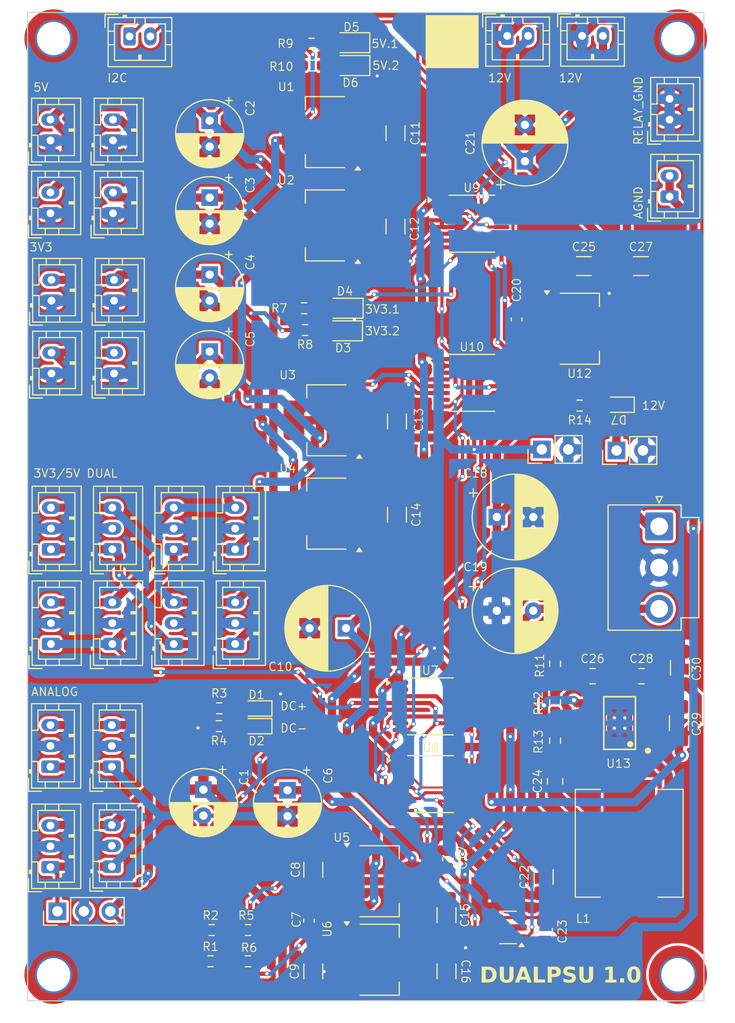
<source format=kicad_pcb>
(kicad_pcb (version 20240108) (generator "pcbnew") (generator_version "8.0")
  (layers (0 "F.Cu" signal) (31 "B.Cu" mixed) (34 "B.Paste" user) (35 "F.Paste" user) (36 "B.SilkS" user "B.Silkscreen") (37 "F.SilkS" user "F.Silkscreen") (38 "B.Mask" user) (39 "F.Mask" user) (44 "Edge.Cuts" user))
  (net 0 "")
  (net 1 "PGND")
  (net 2 "Net-(D1-A)")
  (net 3 "Net-(D2-A)")
  (net 4 "GND")
  (net 5 "7V")
  (net 6 "DC_NEG")
  (net 7 "DC_POS")
  (net 8 "VP")
  (net 9 "VN")
  (net 10 "AGND")
  (net 11 "5V_1")
  (net 12 "5V_2")
  (net 13 "3V3_1")
  (net 14 "3V3_2")
  (net 15 "12V")
  (net 16 "Net-(U13-SW)")
  (net 17 "Net-(D3-A)")
  (net 18 "Net-(D4-A)")
  (net 19 "Net-(D5-A)")
  (net 20 "Net-(D6-A)")
  (net 21 "Net-(D7-A)")
  (net 22 "Net-(U13-BST)")
  (net 23 "RELAYGND")
  (net 24 "7V_5V")
  (net 25 "SDA")
  (net 26 "SCL")
  (net 27 "7V_3V3")
  (net 28 "VP_4_POS")
  (net 29 "VP_SW")
  (net 30 "Net-(C26-Pad1)")
  (net 32 "Net-(U13-SS)")
  (net 33 "Net-(U6-ADJ)")
  (net 34 "Net-(U5-ADJ)")
  (net 35 "Net-(U13-FB)")
  (net 36 "Net-(U13-COMP)")
  (footprint "MountingHole:MountingHole_3.2mm_M3_DIN965_Pad_TopOnly" (layer "F.Cu") (at 102.5 127)
    (property "Reference" "H2" (hide yes))
    (property "Value" "MountingHole")
  )
  (footprint "Capacitor_SMD:C_1206_3216Metric_Pad1.33x1.80mm_HandSolder" (layer "F.Cu") (at 135.5 73.8083 90)
    (property "Reference" "C13")
    (property "Value" "10U")
  )
  (footprint "Capacitor_THT:CP_Radial_D6.3mm_P2.50mm" (layer "F.Cu") (at 117.5 44.900867 -90)
    (property "Reference" "C2")
    (property "Value" "220u 10V")
  )
  (footprint "LED_SMD:LED_0805_2012Metric_Pad1.15x1.40mm_HandSolder" (layer "F.Cu") (at 130.325 65.1 180)
    (property "Reference" "D3")
    (property "Value" "YELLOW")
  )
  (footprint "Connector_JST:JST_PH_B2B-PH-K_1x02_P2.00mm_Vertical" (layer "F.Cu") (at 161.7 52.2 90)
    (property "Reference" "J28" (hide yes))
    (property "Value" "Conn_01x02_Pin")
  )
  (footprint "Resistor_SMD:R_0603_1608Metric_Pad0.98x0.95mm_HandSolder" (layer "F.Cu") (at 127.2875 37.5)
    (property "Reference" "R9")
    (property "Value" "3.3K")
  )
  (footprint "Capacitor_SMD:C_1206_3216Metric_Pad1.33x1.80mm_HandSolder" (layer "F.Cu") (at 162.6 102.8 90)
    (property "Reference" "C29")
    (property "Value" "10U 50V")
  )
  (footprint "Resistor_SMD:R_0603_1608Metric_Pad0.98x0.95mm_HandSolder" (layer "F.Cu") (at 150.7 97.1 90)
    (property "Reference" "R11")
    (property "Value" "22.1K")
  )
  (footprint "Connector_JST:JST_PH_B3B-PH-K_1x03_P2.00mm_Vertical" (layer "F.Cu") (at 108.1 107 90)
    (property "Reference" "J10" (hide yes))
    (property "Value" "Conn_01x03_Male")
  )
  (footprint "Resistor_SMD:R_0603_1608Metric_Pad0.98x0.95mm_HandSolder" (layer "F.Cu") (at 126.5825 62.93 180)
    (property "Reference" "R7")
    (property "Value" "3.3K")
  )
  (footprint "Connector_JST:JST_PH_B3B-PH-K_1x03_P2.00mm_Vertical" (layer "F.Cu") (at 114.05 95.2 90)
    (property "Reference" "J20" (hide yes))
    (property "Value" "Conn_01x03_Male")
  )
  (footprint "Connector_JST:JST_PH_B3B-PH-K_1x03_P2.00mm_Vertical" (layer "F.Cu") (at 108.15 86.1 90)
    (property "Reference" "J14" (hide yes))
    (property "Value" "Conn_01x03_Male")
  )
  (footprint "Connector_JST:JST_PH_B2B-PH-K_1x02_P2.00mm_Vertical" (layer "F.Cu") (at 161.7 44.8 90)
    (property "Reference" "J29" (hide yes))
    (property "Value" "Conn_01x02_Pin")
  )
  (footprint "Capacitor_THT:CP_Radial_D8.0mm_P3.50mm" (layer "F.Cu") (at 145.1 83)
    (property "Reference" "C18")
    (property "Value" "100u 50V")
  )
  (footprint "Connector_JST:JST_PH_B2B-PH-K_1x02_P2.00mm_Vertical" (layer "F.Cu") (at 108.3125 62.2 90)
    (property "Reference" "J16" (hide yes))
    (property "Value" "Conn_01x02_Pin")
  )
  (footprint "Capacitor_THT:CP_Radial_D8.0mm_P3.50mm" (layer "F.Cu") (at 147.8 48.8 90)
    (property "Reference" "C21")
    (property "Value" "25V 220u")
  )
  (footprint "Capacitor_SMD:C_1206_3216Metric_Pad1.33x1.80mm_HandSolder" (layer "F.Cu") (at 153.4675 58.8775)
    (property "Reference" "C25")
    (property "Value" "10u")
  )
  (footprint "MountingHole:MountingHole_3.2mm_M3_DIN965_Pad_TopOnly" (layer "F.Cu") (at 162.5 37)
    (property "Reference" "H3" (hide yes))
    (property "Value" "MountingHole")
  )
  (footprint "Capacitor_THT:CP_Radial_D6.3mm_P2.50mm" (layer "F.Cu") (at 117.5 52.3 -90)
    (property "Reference" "C3")
    (property "Value" "220u 10V")
  )
  (footprint "Resistor_SMD:R_0603_1608Metric_Pad0.98x0.95mm_HandSolder" (layer "F.Cu") (at 121.2 122.7)
    (property "Reference" "R5")
    (property "Value" "800R")
  )
  (footprint "Connector_JST:JST_PH_B2B-PH-K_1x02_P2.00mm_Vertical" (layer "F.Cu") (at 108.2125 46.8 90)
    (property "Reference" "J12" (hide yes))
    (property "Value" "Conn_01x02_Pin")
  )
  (footprint "Connector_JST:JST_PH_B2B-PH-K_1x02_P2.00mm_Vertical" (layer "F.Cu") (at 153.3 36.75)
    (property "Reference" "J25" (hide yes))
    (property "Value" "Conn_01x02_Pin")
  )
  (footprint "Capacitor_SMD:C_1206_3216Metric_Pad1.33x1.80mm_HandSolder" (layer "F.Cu") (at 140.2625 121.2742 -90)
    (property "Reference" "C15")
    (property "Value" "47U")
  )
  (footprint "Connector_JST:JST_PH_B3B-PH-K_1x03_P2.00mm_Vertical" (layer "F.Cu") (at 108.1 116.6 90)
    (property "Reference" "J11" (hide yes))
    (property "Value" "Conn_01x03_Male")
  )
  (footprint "Connector_PinHeader_2.54mm:PinHeader_1x02_P2.54mm_Vertical" (layer "F.Cu") (at 149.425 76.5 90)
    (property "Reference" "J24" (hide yes))
    (property "Value" "Conn_01x02_Pin")
  )
  (footprint "Connector_JST:JST_PH_B3B-PH-K_1x03_P2.00mm_Vertical" (layer "F.Cu") (at 102.2 116.65 90)
    (property "Reference" "J6" (hide yes))
    (property "Value" "Conn_01x03_Male")
  )
  (footprint "Package_SO:TSSOP-16_4.4x5mm_P0.65mm" (layer "F.Cu") (at 142.7 70.1)
    (property "Reference" "U10")
    (property "Value" "INA260")
  )
  (footprint "Connector_JST:JST_PH_B2B-PH-K_1x02_P2.00mm_Vertical" (layer "F.Cu") (at 146.1 36.75)
    (property "Reference" "J23" (hide yes))
    (property "Value" "Conn_01x02_Pin")
  )
  (footprint "Capacitor_THT:CP_Radial_D6.3mm_P2.50mm" (layer "F.Cu") (at 124.9815 109.26 -90)
    (property "Reference" "C6")
    (property "Value" "220u 10V")
  )
  (footprint "Package_SO:TSSOP-16_4.4x5mm_P0.65mm" (layer "F.Cu") (at 142.6875 54.8)
    (property "Reference" "U9")
    (property "Value" "INA260")
  )
  (footprint "MountingHole:MountingHole_3.2mm_M3_DIN965_Pad_TopOnly" (layer "F.Cu") (at 102.5 37)
    (property "Reference" "H1" (hide yes))
    (property "Value" "MountingHole")
  )
  (footprint "Connector_JST:JST_PH_B3B-PH-K_1x03_P2.00mm_Vertical" (layer "F.Cu") (at 102.25 86.1 90)
    (property "Reference" "J3" (hide yes))
    (property "Value" "Conn_01x03_Male")
  )
  (footprint "LED_SMD:LED_0603_1608Metric" (layer "F.Cu") (at 122 103.1 180)
    (property "Reference" "D2")
    (property "Value" "BLUE")
  )
  (footprint "Resistor_SMD:R_0603_1608Metric_Pad0.98x0.95mm_HandSolder" (layer "F.Cu") (at 153.0675 72.285)
    (property "Reference" "R14")
    (property "Value" "3.3K")
  )
  (footprint "Capacitor_SMD:C_1206_3216Metric_Pad1.33x1.80mm_HandSolder" (layer "F.Cu") (at 127.4625 126.6742 -90)
    (property "Reference" "C9")
    (property "Value" "47U")
  )
  (footprint "Connector_JST:JST_PH_B2B-PH-K_1x02_P2.00mm_Vertical" (layer "F.Cu") (at 108.3125 69.2 90)
    (property "Reference" "J17" (hide yes))
    (property "Value" "Conn_01x02_Pin")
  )
  (footprint "Capacitor_THT:CP_Radial_D6.3mm_P2.50mm" (layer "F.Cu") (at 116.9 109.2 -90)
    (property "Reference" "C1")
    (property "Value" "220u 10V")
  )
  (footprint "Capacitor_SMD:C_1206_3216Metric_Pad1.33x1.80mm_HandSolder" (layer "F.Cu") (at 135.36 55.0791 -90)
    (property "Reference" "C12")
    (property "Value" "10U")
  )
  (footprint "Connector_JST:JST_PH_B3B-PH-K_1x03_P2.00mm_Vertical" (layer "F.Cu") (at 108.15 95.2 90)
    (property "Reference" "J15" (hide yes))
    (property "Value" "Conn_01x03_Male")
  )
  (footprint "Connector_JST:JST_PH_B3B-PH-K_1x03_P2.00mm_Vertical" (layer "F.Cu") (at 119.95 95.2 90)
    (property "Reference" "J22" (hide yes))
    (property "Value" "Conn_01x03_Male")
  )
  (footprint "Resistor_SMD:R_0603_1608Metric_Pad0.98x0.95mm_HandSolder" (layer "F.Cu") (at 150.7 100.8 90)
    (property "Reference" "R12")
    (property "Value" "86.6k")
  )
  (footprint "Resistor_SMD:R_0603_1608Metric_Pad0.98x0.95mm_HandSolder" (layer "F.Cu") (at 117.5875 125.7)
    (property "Reference" "R1")
    (property "Value" "120R")
  )
  (footprint "Capacitor_THT:CP_Radial_D8.0mm_P3.50mm" (layer "F.Cu") (at 130.6 93.6883 180)
    (property "Reference" "C10")
    (property "Value" "10V 470u")
  )
  (footprint "Package_TO_SOT_SMD:SOT-223-3_TabPin2" (layer "F.Cu") (at 128.61 46 180)
    (property "Reference" "U1")
    (property "Value" "AMS1117-5.0")
  )
  (footprint "Package_TO_SOT_SMD:SOT-223-3_TabPin2" (layer "F.Cu") (at 133.8125 125.5542)
    (property "Reference" "U6")
    (property "Value" "LM337_SOT223")
  )
  (footprint "LED_SMD:LED_0805_2012Metric_Pad1.15x1.40mm_HandSolder" (layer "F.Cu") (at 131.0325 39.6 180)
    (property "Reference" "D6")
    (property "Value" "BLUE")
  )
  (footprint "easyeda2kicad:SOIC-8_L4.9-W3.9-P1.27-LS6.0-BL-EP" (layer "F.Cu") (at 156.9 102.8 90)
    (property "Reference" "U13")
    (property "Value" "AP64351SP-13")
  )
  (footprint "LED_SMD:LED_0603_1608Metric" (layer "F.Cu") (at 122 101.4 180)
    (property "Reference" "D1")
    (property "Value" "YELLOW")
  )
  (footprint "Resistor_SMD:R_0603_1608Metric_Pad0.98x0.95mm_HandSolder" (layer "F.Cu") (at 121.1875 125.7)
    (property "Reference" "R6")
    (property "Value" "800R")
  )
  (footprint "Package_TO_SOT_SMD:SOT-223" (layer "F.Cu") (at 153.05 64.9)
    (property "Reference" "U12")
    (property "Value" "NCP1117-12")
  )
  (footprint "Resistor_SMD:R_0603_1608Metric_Pad0.98x0.95mm_HandSolder" (layer "F.Cu") (at 150.7 104.5 90)
    (property "Reference" "R13")
    (property "Value" "170K")
  )
  (footprint "Package_TO_SOT_SMD:SOT-223-3_TabPin2" (layer "F.Cu") (at 128.61 54.9708 180)
    (property "Reference" "U2")
    (property "Value" "AMS1117-5.0")
  )
  (footprint "Package_SO:TSSOP-16_4.4x5mm_P0.65mm" (layer "F.Cu") (at 138.7375 108.675)
    (property "Reference" "U8")
    (property "Value" "INA260")
  )
  (footprint "Resistor_SMD:R_0603_1608Metric_Pad0.98x0.95mm_HandSolder" (layer "F.Cu") (at 126.6675 65.025)
    (property "Reference" "R8")
    (property "Value" "3.3K")
  )
  (footprint "Connector_JST:JST_PH_B2B-PH-K_1x02_P2.00mm_Vertical" (layer "F.Cu") (at 102.3 62.2 90)
    (property "Reference" "J7" (hide yes))
    (property "Value" "Conn_01x02_Pin")
  )
  (footprint "Package_TO_SOT_SMD:SOT-223-3_TabPin2" (layer "F.Cu") (at 128.75 73.7 180)
    (property "Reference" "U3")
    (property "Value" "ZLDO1117QG33TA")
  )
  (footprint "Capacitor_SMD:C_0805_2012Metric_Pad1.18x1.45mm_HandSolder" (layer "F.Cu") (at 159 98.3)
    (property "Reference" "C28")
    (property "Value" "10n")
  )
  (footprint "Resistor_SMD:R_0603_1608Metric_Pad0.98x0.95mm_HandSolder" (layer "F.Cu") (at 127.375 39.6)
    (property "Reference" "R10")
    (property "Value" "3.3K")
  )
  (footprint "Capacitor_SMD:C_0805_2012Metric_Pad1.18x1.45mm_HandSolder" (layer "F.Cu") (at 154.3 98.3)
    (property "Reference" "C26")
    (property "Value" "0.22u")
  )
  (footprint "Connector_JST:JST_PH_B2B-PH-K_1x02_P2.00mm_Vertical" (layer "F.Cu") (at 102.2 53.8 90)
    (property "Reference" "J2" (hide yes))
    (property "Value" "Conn_01x02_Pin")
  )
  (footprint "Package_TO_SOT_SMD:SOT-223-3_TabPin2" (layer "F.Cu") (at 128.75 82.6708 180)
    (property "Reference" "U4")
    (property "Value" "ZLDO1117QG33TA")
  )
  (footprint "Capacitor_SMD:C_0603_1608Metric_Pad1.08x0.95mm_HandSolder" (layer "F.Cu") (at 140.4 115.9 -90)
    (property "Reference" "C17")
    (property "Value" "0.1U")
  )
  (footprint "Connector_JST:JST_PH_B3B-PH-K_1x03_P2.00mm_Vertical" (layer "F.Cu") (at 114.05 86.1 90)
    (property "Reference" "J19" (hide yes))
    (property "Value" "Conn_01x03_Male")
  )
  (footprint "Capacitor_SMD:C_1206_3216Metric_Pad1.33x1.80mm_HandSolder" (layer "F.Cu") (at 140.2625 126.6742 -90)
    (property "Reference" "C16")
    (property "Value" "10u")
  )
  (footprint "Capacitor_SMD:C_1206_3216Metric_Pad1.33x1.80mm_HandSolder" (layer "F.Cu") (at 158.9475 58.8775)
    (property "Reference" "C27")
    (property "Value" "47U")
  )
  (footprint "Connector_JST:JST_PH_B2B-PH-K_1x02_P2.00mm_Vertical" (layer "F.Cu") (at 108.2125 53.8 90)
    (property "Reference" "J13" (hide yes))
    (property "Value" "Conn_01x02_Pin")
  )
  (footprint "LED_SMD:LED_0805_2012Metric_Pad1.15x1.40mm_HandSolder" (layer "F.Cu") (at 130.3825 62.93 180)
    (property "Reference" "D4")
    (property "Value" "YELLOW")
  )
  (footprint "Package_SO:TSSOP-16_4.4x5mm_P0.65mm" (layer "F.Cu") (at 138.7 101.2)
    (property "Reference" "U7")
    (property "Value" "INA260")
  )
  (footprint "Resistor_SMD:R_0603_1608Metric_Pad0.98x0.95mm_HandSolder" (layer "F.Cu") (at 117.7 122.7)
    (property "Reference" "R2")
    (property "Value" "120R")
  )
  (footprint "Connector_JST:JST_PH_B3B-PH-K_1x03_P2.00mm_Vertical" (layer "F.Cu") (at 102.25 95.2 90)
    (property "Reference" "J4" (hide yes))
    (property "Value" "Conn_01x03_Male")
  )
  (footprint "Capacitor_THT:CP_Radial_D8.0mm_P3.50mm" (layer "F.Cu") (at 145.1 92)
    (property "Reference" "C19")
    (property "Value" "100u 50V")
  )
  (footprint "Package_TO_SOT_SMD:SOT-23-6" (layer "F.Cu") (at 146.175 122.45 180)
    (property "Reference" "U11" (hide yes))
    (property "Value" "TMP100")
  )
  (footprint "Capacitor_SMD:C_1206_3216Metric_Pad1.33x1.80mm_HandSolder" (layer "F.Cu") (at 162.7 97.5 90)
    (property "Reference" "C30")
    (property "Value" "10U 50V")
  )
  (footprint "Connector_JST:JST_PH_B2B-PH-K_1x02_P2.00mm_Vertical" (layer "F.Cu") (at 109.8 36.8)
    (property "Reference" "J18" (hide yes))
    (property "Value" "Conn_01x02_Male")
  )
  (footprint "Connector_JST:JST_PH_B3B-PH-K_1x03_P2.00mm_Vertical" (layer "F.Cu") (at 119.95 86.1 90)
    (property "Reference" "J21" (hide yes))
    (property "Value" "Conn_01x03_Male")
  )
  (footprint "Capacitor_THT:CP_Radial_D6.3mm_P2.50mm" (layer "F.Cu") (at 117.5 59.699133 -90)
    (property "Reference" "C4")
    (property "Value" "220u 10V")
  )
  (footprint "Inductor_SMD:L_Vishay_IHLP-4040" (layer "F.Cu") (at 157.82 114.36 -90)
    (property "Reference" "L1")
    (property "Value" "10uH 21mOhm 5A")
  )
  (footprint "Connector_JST:JST_PH_B2B-PH-K_1x02_P2.00mm_Vertical" (layer "F.Cu") (at 102.3 69.2 90)
    (property "Reference" "J8" (hide yes))
    (property "Value" "Conn_01x02_Pin")
  )
  (footprint "Capacitor_SMD:C_1206_3216Metric_Pad1.33x1.80mm_HandSolder" (layer "F.Cu") (at 127.4625 116.9042 90)
    (property "Reference" "C8")
    (property "Value" "10u")
  )
  (footprint "Connector_JST:JST_PH_B2B-PH-K_1x02_P2.00mm_Vertical" (layer "F.Cu") (at 102.2 46.8 90)
    (property "Reference" "J1" (hide yes))
    (property "Value" "Conn_01x02_Pin")
  )
  (footprint "Capacitor_SMD:C_1206_3216Metric_Pad1.33x1.80mm_HandSolder" (layer "F.Cu") (at 149.6 117.6 90)
    (property "Reference" "C22")
    (property "Value" "10U 50V")
  )
  (footprint "Capacitor_SMD:C_1206_3216Metric_Pad1.33x1.80mm_HandSolder" (layer "F.Cu") (at 135.5 82.7791 -90)
    (property "Reference" "C14")
    (property "Value" "10U")
  )
  (footprint "LED_SMD:LED_0603_1608Metric" (layer "F.Cu") (at 156.825 72.2 180)
    (property "Reference" "D7")
    (property "Value" "BLUE")
  )
  (footprint "Capacitor_SMD:C_0603_1608Metric_Pad1.08x0.95mm_HandSolder" (layer "F.Cu") (at 127.0425 121.8042 -90)
    (property "Reference" "C7")
    (property "Value" "0.1U")
  )
  (footprint "Connector_JST:JST_PH_B3B-PH-K_1x03_P2.00mm_Vertical" (layer "F.Cu") (at 102.2 107 90)
    (property "Reference" "J5" (hide yes))
    (property "Value" "Conn_01x03_Male")
  )
  (footprint "Resistor_SMD:R_0603_1608Metric_Pad0.98x0.95mm_HandSolder" (layer "F.Cu") (at 118.4223 101.3835)
    (property "Reference" "R3")
    (property "Value" "3.3K")
  )
  (footprint "Capacitor_THT:CP_Radial_D6.3mm_P2.50mm" (layer "F.Cu") (at 117.5 67.098267 -90)
    (property "Reference" "C5")
    (property "Value" "220u 10V")
  )
  (footprint "MountingHole:MountingHole_3.2mm_M3_DIN965_Pad_TopOnly" (layer "F.Cu") (at 162.5 127)
    (property "Reference" "H4" (hide yes))
    (property "Value" "MountingHole")
  )
  (footprint "Capacitor_SMD:C_0805_2012Metric_Pad1.18x1.45mm_HandSolder" (layer "F.Cu") (at 150.7 108.4 90)
    (property "Reference" "C24")
    (property "Value" "0.1u")
  )
  (footprint "Resistor_SMD:R_0603_1608Metric_Pad0.98x0.95mm_HandSolder" (layer "F.Cu") (at 118.3875 103.1)
    (property "Reference" "R4")
    (property "Value" "3.3K")
  )
  (footprint "Connector_PinHeader_2.54mm:PinHeader_1x03_P2.54mm_Vertical" (layer "F.Cu") (at 102.87 120.9 90)
    (property "Reference" "J9" (hide yes))
    (property "Value" "Conn_01x03_Pin")
  )
  (footprint "Capacitor_SMD:C_0603_1608Metric_Pad1.08x0.95mm_HandSolder" (layer "F.Cu") (at 147 64 -90)
    (property "Reference" "C20")
    (property "Value" "0.1U")
  )
  (footprint "Package_TO_SOT_SMD:SOT-223-3_TabPin2" (layer "F.Cu") (at 133.8125 118.0042)
    (property "Reference" "U5")
    (property "Value" "LM317_SOT-223")
  )
  (footprint "Capacitor_SMD:C_0805_2012Metric_Pad1.18x1.45mm_HandSolder" (layer "F.Cu") (at 149.7 122.8 90)
    (property "Reference" "C23")
    (property "Value" "0.1u")
  )
  (footprint "Connector_JST:JST_VH_B3P-VH_1x03_P3.96mm_Vertical" (layer "F.Cu") (at 160.7 83.9 -90)
    (property "Reference" "J27" (hide yes))
    (property "Value" "Conn_01x03_Male")
  )
  (footprint "LED_SMD:LED_0805_2012Metric_Pad1.15x1.40mm_HandSolder" (layer "F.Cu") (at 131.0325 37.4 180)
    (property "Reference" "D5")
    (property "Value" "BLUE")
  )
  (footprint "Capacitor_SMD:C_1206_3216Metric_Pad1.33x1.80mm_HandSolder" (layer "F.Cu") (at 135.36 46.1083 90)
    (property "Reference" "C11")
    (property "Value" "10U")
  )
  (footprint "Connector_PinHeader_2.54mm:PinHeader_1x02_P2.54mm_Vertical" (layer "F.Cu") (at 156.6 76.6 90)
    (property "Reference" "J26" (hide yes))
    (property "Value" "Conn_01x02_Pin")
  )
  (gr_rect (start 138.3 34.8) (end 143.3 39.8) (stroke (width 0.1)) (fill solid) (layer "F.SilkS"))
  (gr_line (start 165 34.5) (end 165 129.5) (stroke (width 0.1)) (layer "Edge.Cuts"))
  (gr_line (start 100 129.5) (end 100 34.5) (stroke (width 0.1)) (layer "Edge.Cuts"))
  (gr_line (start 100 34.5) (end 165 34.5) (stroke (width 0.1)) (layer "Edge.Cuts"))
  (gr_line (start 165 129.5) (end 100 129.5) (stroke (width 0.1)) (layer "Edge.Cuts"))
  (gr_text "3V3/5V DUAL" (at 100.5 78.8 0) (layer "F.SilkS") (effects (font (size 0.8 0.8) (thickness 0.1)) (justify left)))
  (gr_text "3V3" (at 100.13 57.07 0) (layer "F.SilkS") (effects (font (size 0.8 0.8) (thickness 0.1)) (justify left)))
  (gr_text "DC+" (at 124.222288 101.163462 0) (layer "F.SilkS") (effects (font (size 0.8 0.8) (thickness 0.1)) (justify left)))
  (gr_text "DUALPSU 1.0" (at 159 128 0) (layer "F.SilkS") (effects (font (size 1.5 1.5) (thickness 0.3) (bold yes)) (justify right bottom)))
  (gr_text "5V" (at 100.5 41.7 0) (layer "F.SilkS") (effects (font (size 0.8 0.8) (thickness 0.1)) (justify left)))
  (gr_text "5V.2" (at 133.075 39.6 0) (layer "F.SilkS") (effects (font (size 0.8 0.8) (thickness 0.1)) (justify left)))
  (gr_text "5V.1" (at 132.9875 37.5 0) (layer "F.SilkS") (effects (font (size 0.8 0.8) (thickness 0.1)) (justify left)))
  (gr_text "I2C" (at 107.6 40.8 0) (layer "F.SilkS") (effects (font (size 0.8 0.8) (thickness 0.1)) (justify left)))
  (gr_text "12V" (at 151 40.8 0) (layer "F.SilkS") (effects (font (size 0.8 0.8) (thickness 0.1)) (justify left)))
  (gr_text "3V3.1\n" (at 132.3675 63.03 0) (layer "F.SilkS") (effects (font (size 0.8 0.8) (thickness 0.1)) (justify left)))
  (gr_text "ANALOG" (at 100.3 99.8 0) (layer "F.SilkS") (effects (font (size 0.8 0.8) (thickness 0.1)) (justify left)))
  (gr_text "12V" (at 158.98 72.285 0) (layer "F.SilkS") (effects (font (size 0.8 0.8) (thickness 0.1)) (justify left)))
  (gr_text "DC-" (at 124.222288 103.3 0) (layer "F.SilkS") (effects (font (size 0.8 0.8) (thickness 0.1)) (justify left)))
  (gr_text "AGND\n" (at 158.7 54.4 90) (layer "F.SilkS") (effects (font (size 0.8 0.8) (thickness 0.1)) (justify left)))
  (gr_text "12V" (at 144.2 40.8 0) (layer "F.SilkS") (effects (font (size 0.8 0.8) (thickness 0.1)) (justify left)))
  (gr_text "RELAY_GND" (at 158.7 47.3 90) (layer "F.SilkS") (effects (font (size 0.8 0.8) (thickness 0.1)) (justify left)))
  (gr_text "3V3.2" (at 132.3675 65.125 0) (layer "F.SilkS") (effects (font (size 0.8 0.8) (thickness 0.1)) (justify left)))
  (segment (start 154.8 62.6) (end 155.9 61.5) (width 0.4) (layer "F.Cu") (net 1))
  (segment (start 149.9 62.6) (end 154.8 62.6) (width 0.4) (layer "F.Cu") (net 1))
  (via (at 144.4 119.9) (size 0.45) (drill 0.3) (layers "F.Cu" "B.Cu") (net 1))
  (via (at 155.9 61.5) (size 0.45) (drill 0.3) (layers "F.Cu" "B.Cu") (net 1))
  (segment (start 116.9 109.2) (end 119.46 111.76) (width 0.8) (layer "B.Cu") (net 1))
  (segment (start 119.46 111.76) (end 124.9815 111.76) (width 0.8) (layer "B.Cu") (net 1))
  (segment (start 121.0423 101.1185) (end 119.3798 101.1185) (width 0.4) (layer "F.Cu") (net 2))
  (segment (start 121.02 103.295) (end 119.305 103.295) (width 0.4) (layer "F.Cu") (net 3))
  (segment (start 134.4 108) (end 134.4 108.901668) (width 0.3) (layer "F.Cu") (net 4))
  (segment (start 141.5625 102.175) (end 142.359878 102.175) (width 0.4) (layer "F.Cu") (net 4))
  (segment (start 142.7 101.834878) (end 142.7 98.615122) (width 0.4) (layer "F.Cu") (net 4))
  (segment (start 139.025 55.775) (end 139.825 55.775) (width 0.3) (layer "F.Cu") (net 4))
  (segment (start 131.4075 62.93) (end 131.4075 64) (width 0.4) (layer "F.Cu") (net 4))
  (segment (start 137.100458 110.070205) (end 136.680253 109.65) (width 0.3) (layer "F.Cu") (net 4))
  (segment (start 142.925 73.375) (end 142.925 76.5) (width 0.4) (layer "F.Cu") (net 4))
  (segment (start 137.670203 110.070205) (end 137.100458 110.070205) (width 0.3) (layer "F.Cu") (net 4))
  (segment (start 142.359878 102.175) (end 142.7 101.834878) (width 0.4) (layer "F.Cu") (net 4))
  (segment (start 132.1125 37.5) (end 132.1125 39.48) (width 0.8) (layer "F.Cu") (net 4))
  (segment (start 139.93995 109.65) (end 139.78995 109.5) (width 0.3) (layer "F.Cu") (net 4))
  (segment (start 142.7 98.615122) (end 139.684878 95.6) (width 0.4) (layer "F.Cu") (net 4))
  (segment (start 137.420404 71.075) (end 136.622702 70.277298) (width 0.4) (layer "F.Cu") (net 4))
  (segment (start 134.629344 102.570656) (end 134.629344 103.115638) (width 0.3) (layer "F.Cu") (net 4))
  (segment (start 139.025 55.775) (end 136.8 58) (width 0.3) (layer "F.Cu") (net 4))
  (segment (start 143.209106 55.775) (end 140.625 58.359106) (width 0.3) (layer "F.Cu") (net 4))
  (segment (start 144.425 71.875) (end 142.925 73.375) (width 0.4) (layer "F.Cu") (net 4))
  (segment (start 138.240408 109.5) (end 137.670203 110.070205) (width 0.3) (layer "F.Cu") (net 4))
  (segment (start 139.8375 71.075) (end 137.420404 71.075) (width 0.4) (layer "F.Cu") (net 4))
  (segment (start 144.425 71.415122) (end 144.425 71.875) (width 0.4) (layer "F.Cu") (net 4))
  (segment (start 131.4075 62.93) (end 131.4075 65.0425) (width 0.4) (layer "F.Cu") (net 4))
  (segment (start 135.025 102.175) (end 135.8375 102.175) (width 0.3) (layer "F.Cu") (net 4))
  (segment (start 145.5625 71.075) (end 144.765122 71.075) (width 0.4) (layer "F.Cu") (net 4))
  (segment (start 134.4 108.901668) (end 135.148332 109.65) (width 0.3) (layer "F.Cu") (net 4))
  (segment (start 136.680253 109.65) (end 135.875 109.65) (width 0.3) (layer "F.Cu") (net 4))
  (segment (start 132.535 39.535) (end 133.6 40.6) (width 0.4) (layer "F.Cu") (net 4))
  (segment (start 139.78995 109.5) (end 138.240408 109.5) (width 0.3) (layer "F.Cu") (net 4))
  (segment (start 141.5625 102.175) (end 135.8375 102.175) (width 0.4) (layer "F.Cu") (net 4))
  (segment (start 139.684878 95.6) (end 139.1 95.6) (width 0.4) (layer "F.Cu") (net 4))
  (segment (start 136.8 58) (end 136.8 58.4) (width 0.3) (layer "F.Cu") (net 4))
  (segment (start 145.55 55.775) (end 143.209106 55.775) (width 0.3) (layer "F.Cu") (net 4))
  (segment (start 141.6 109.65) (end 139.93995 109.65) (width 0.3) (layer "F.Cu") (net 4))
  (segment (start 134.629344 102.570656) (end 135.025 102.175) (width 0.3) (layer "F.Cu") (net 4))
  (segment (start 132.0575 39.535) (end 132.535 39.535) (width 0.4) (layer "F.Cu") (net 4))
  (segment (start 135.875 109.65) (end 135.148332 109.65) (width 0.3) (layer "F.Cu") (net 4))
  (segment (start 144.765122 71.075) (end 144.425 71.415122) (width 0.4) (layer "F.Cu") (net 4))
  (via (at 134.629344 103.115638) (size 0.45) (drill 0.3) (layers "F.Cu" "B.Cu") (net 4))
  (via (at 136.622702 70.277298) (size 0.45) (drill 0.3) (layers "F.Cu" "B.Cu") (net 4))
  (via (at 131.4075 64) (size 0.45) (drill 0.3) (layers "F.Cu" "B.Cu") (net 4))
  (via (at 136.8 58.4) (size 0.45) (drill 0.3) (layers "F.Cu" "B.Cu") (net 4))
  (via (at 140.625 58.359106) (size 0.45) (drill 0.3) (layers "F.Cu" "B.Cu") (net 4))
  (via (at 133.6 40.6) (size 0.45) (drill 0.3) (layers "F.Cu" "B.Cu") (net 4))
  (via (at 142.925 76.5) (size 0.45) (drill 0.3) (layers "F.Cu" "B.Cu") (net 4))
  (via (at 134.4 108) (size 0.45) (drill 0.3) (layers "F.Cu" "B.Cu") (net 4))
  (via (at 139.1 95.6) (size 0.45) (drill 0.3) (layers "F.Cu" "B.Cu") (net 4))
  (segment (start 133.980761 108) (end 134.4 108) (width 0.3) (layer "B.Cu") (net 4))
  (segment (start 133.45 104.294982) (end 133.45 107.469239) (width 0.3) (layer "B.Cu") (net 4))
  (segment (start 140.625 58.359106) (end 138.059106 60.925) (width 0.3) (layer "B.Cu") (net 4))
  (segment (start 138.059106 60.925) (end 136.5 60.925) (width 0.3) (layer "B.Cu") (net 4))
  (segment (start 134.629344 103.115638) (end 133.45 104.294982) (width 0.3) (layer "B.Cu") (net 4))
  (segment (start 133.45 107.469239) (end 133.980761 108) (width 0.3) (layer "B.Cu") (net 4))
  (segment (start 140.8 76.5) (end 139.45 75.15) (width 0.8) (layer "B.Cu") (net 4))
  (segment (start 149.425 76.5) (end 140.8 76.5) (width 0.8) (layer "B.Cu") (net 4))
  (segment (start 141.125 69.615122) (end 141.125 70.338823) (width 0.4) (layer "F.Cu") (net 5))
  (segment (start 139.8375 68.475) (end 137.9 66.5375) (width 0.8) (layer "F.Cu") (net 5))
  (segment (start 137.9 66.3) (end 137.9 60.254308) (width 0.8) (layer "F.Cu") (net 5))
  (segment (start 145.5625 70.425) (end 144.468587 70.425) (width 0.4) (layer "F.Cu") (net 5))
  (segment (start 144.325 55.125) (end 144.1 54.9) (width 0.3) (layer "F.Cu") (net 5))
  (segment (start 137.9 60.254308) (end 137.749213 60.103521) (width 0.8) (layer "F.Cu") (net 5))
  (segment (start 139.8375 69.125) (end 140.634878 69.125) (width 0.4) (layer "F.Cu") (net 5))
  (segment (start 137.9 66.5375) (end 137.9 66.3) (width 0.8) (layer "F.Cu") (net 5))
  (segment (start 156.0675 118.8675) (end 148.5 111.3) (width 1.4) (layer "F.Cu") (net 5))
  (segment (start 139.825 53.825) (end 139.825 53.175) (width 0.4) (layer "F.Cu") (net 5))
  (segment (start 134.964214 112.25) (end 130.7 107.985786) (width 0.8) (layer "F.Cu") (net 5))
  (segment (start 138.1 86.4) (end 130.8117 93.6883) (width 0.8) (layer "F.Cu") (net 5))
  (segment (start 157.82 119.36) (end 148.126547 119.36) (width 0.8) (layer "F.Cu") (net 5))
  (segment (start 150.225 105.4125) (end 148.5 107.1375) (width 0.8) (layer "F.Cu") (net 5))
  (segment (start 145.55 55.125) (end 144.325 55.125) (width 0.3) (layer "F.Cu") (net 5))
  (segment (start 139.075 52.525) (end 138.05 53.55) (width 0.8) (layer "F.Cu") (net 5))
  (segment (start 139.825 52.525) (end 139.075 52.525) (width 0.8) (layer "F.Cu") (net 5))
  (segment (start 130.7 107.985786) (end 130.7 103) (width 0.8) (layer "F.Cu") (net 5))
  (segment (start 142.225 53.825) (end 139.825 53.825) (width 0.3) (layer "F.Cu") (net 5))
  (segment (start 139.8375 69.125) (end 139.8375 68.475) (width 0.4) (layer "F.Cu") (net 5))
  (segment (start 141.016547 112.25) (end 134.964214 112.25) (width 0.8) (layer "F.Cu") (net 5))
  (segment (start 144.468587 70.425) (end 144.353752 70.539835) (width 0.4) (layer "F.Cu") (net 5))
  (segment (start 139.8375 67.825) (end 139.8375 68.475) (width 0.4) (layer "F.Cu") (net 5))
  (segment (start 148.5 107.1375) (end 148.5 111.3) (width 0.8) (layer "F.Cu") (net 5))
  (segment (start 139.825 52.525) (end 139.825 53.175) (width 0.4) (layer "F.Cu") (net 5))
  (segment (start 148.126547 119.36) (end 141.016547 112.25) (width 0.8) (layer "F.Cu") (net 5))
  (segment (start 150.7 105.4125) (end 150.225 105.4125) (width 0.8) (layer "F.Cu") (net 5))
  (segment (start 138.1 76.5) (end 138.1 86.4) (width 0.8) (layer "F.Cu") (net 5))
  (segment (start 142.5 54.1) (end 142.225 53.825) (width 0.3) (layer "F.Cu") (net 5))
  (segment (start 140.634878 69.125) (end 141.125 69.615122) (width 0.4) (layer "F.Cu") (net 5))
  (segment (start 157.82 118.8675) (end 156.0675 118.8675) (width 1.4) (layer "F.Cu") (net 5))
  (segment (start 137.9 66.3) (end 137.9 68.1) (width 0.8) (layer "F.Cu") (net 5))
  (via (at 130.7 103) (size 0.45) (drill 0.3) (layers "F.Cu" "B.Cu") (net 5))
  (via (at 141.125 70.338823) (size 0.45) (drill 0.3) (layers "F.Cu" "B.Cu") (net 5))
  (via (at 138.05 53.55) (size 0.45) (drill 0.3) (layers "F.Cu" "B.Cu") (net 5))
  (via (at 144.353752 70.539835) (size 0.45) (drill 0.3) (layers "F.Cu" "B.Cu") (net 5))
  (via (at 142.5 54.1) (size 0.45) (drill 0.3) (layers "F.Cu" "B.Cu") (net 5))
  (via (at 138.1 76.5) (size 0.45) (drill 0.3) (layers "F.Cu" "B.Cu") (net 5))
  (via (at 137.9 68.1) (size 0.45) (drill 0.3) (layers "F.Cu" "B.Cu") (net 5))
  (via (at 144.1 54.9) (size 0.45) (drill 0.3) (layers "F.Cu" "B.Cu") (net 5))
  (via (at 137.749213 60.103521) (size 0.45) (drill 0.3) (layers "F.Cu" "B.Cu") (net 5))
  (segment (start 144.353752 70.539835) (end 141.326012 70.539835) (width 0.4) (layer "B.Cu") (net 5))
  (segment (start 138.1 76.5) (end 138.1 68.3) (width 0.8) (layer "B.Cu") (net 5))
  (segment (start 144.1 54.9) (end 143.3 54.9) (width 0.3) (layer "B.Cu") (net 5))
  (segment (start 141.326012 70.539835) (end 141.125 70.338823) (width 0.4) (layer "B.Cu") (net 5))
  (segment (start 132.45 101.25) (end 130.7 103) (width 0.8) (layer "B.Cu") (net 5))
  (segment (start 130.6 93.6883) (end 132.45 95.5383) (width 0.8) (layer "B.Cu") (net 5))
  (segment (start 137.749213 60.103521) (end 137.749213 53.850787) (width 0.8) (layer "B.Cu") (net 5))
  (segment (start 138.1 68.3) (end 137.9 68.1) (width 0.8) (layer "B.Cu") (net 5))
  (segment (start 137.749213 53.850787) (end 138.05 53.55) (width 0.8) (layer "B.Cu") (net 5))
  (segment (start 143.3 54.9) (end 142.5 54.1) (width 0.3) (layer "B.Cu") (net 5))
  (segment (start 132.45 95.5383) (end 132.45 101.25) (width 0.8) (layer "B.Cu") (net 5))
  (segment (start 108.1 116.6) (end 102.25 116.6) (width 0.8) (layer "F.Cu") (net 6))
  (segment (start 119.2117 128.2367) (end 124.9367 128.2367) (width 0.4) (layer "F.Cu") (net 6))
  (segment (start 116.9 111.7) (end 116.9 114) (width 0.8) (layer "F.Cu") (net 6))
  (segment (start 118.8 111.7) (end 116.9 111.7) (width 0.4) (layer "F.Cu") (net 6))
  (segment (start 124.5 121.6) (end 124.5 127.9) (width 0.8) (layer "F.Cu") (net 6))
  (segment (start 120.7 109.8) (end 118.8 111.7) (width 0.4) (layer "F.Cu") (net 6))
  (segment (start 123.07 103.295) (end 123.07 105.53) (width 0.4) (layer "F.Cu") (net 6))
  (segment (start 116.675 125.7) (end 119.2117 128.2367) (width 0.4) (layer "F.Cu") (net 6))
  (segment (start 124.9367 128.2367) (end 127.4625 128.2367) (width 0.8) (layer "F.Cu") (net 6))
  (segment (start 124.6 127.9) (end 124.9367 128.2367) (width 0.8) (layer "F.Cu") (net 6))
  (segment (start 108 107) (end 102.1 107) (width 0.8) (layer "F.Cu") (net 6))
  (segment (start 116.9 114) (end 124.5 121.6) (width 0.8) (layer "F.Cu") (net 6))
  (segment (start 124.5 127.9) (end 124.6 127.9) (width 0.8) (layer "F.Cu") (net 6))
  (segment (start 102.87 120.9) (end 102.87 117.32) (width 0.4) (layer "F.Cu") (net 6))
  (segment (start 123.07 105.53) (end 122.3 106.3) (width 0.4) (layer "F.Cu") (net 6))
  (segment (start 130.28 128.2367) (end 130.6625 127.8542) (width 0.8) (layer "F.Cu") (net 6))
  (segment (start 102.87 117.32) (end 102.2 116.65) (width 0.4) (layer "F.Cu") (net 6))
  (segment (start 127.4625 128.2367) (end 130.28 128.2367) (width 0.8) (layer "F.Cu") (net 6))
  (via (at 122.3 106.3) (size 0.45) (drill 0.3) (layers "F.Cu" "B.Cu") (net 6))
  (via (at 120.7 109.8) (size 0.45) (drill 0.3) (layers "F.Cu" "B.Cu") (net 6))
  (segment (start 112.7 111.7) (end 108 107) (width 0.8) (layer "B.Cu") (net 6))
  (segment (start 116.9 111.7) (end 112.7 111.7) (width 0.8) (layer "B.Cu") (net 6))
  (segment (start 122.3 108.2) (end 120.7 109.8) (width 0.4) (layer "B.Cu") (net 6))
  (segment (start 116.9 111.7) (end 113 111.7) (width 0.8) (layer "B.Cu") (net 6))
  (segment (start 113 111.7) (end 108.1 116.6) (width 0.8) (layer "B.Cu") (net 6))
  (segment (start 122.3 106.3) (end 122.3 108.2) (width 0.4) (layer "B.Cu") (net 6))
  (segment (start 114.7 103.1) (end 114.7 106) (width 0.4) (layer "F.Cu") (net 7))
  (segment (start 108.1 112.6) (end 102.25 112.6) (width 0.8) (layer "F.Cu") (net 7))
  (segment (start 136.9625 118.0042) (end 136.9625 115.7625) (width 0.8) (layer "F.Cu") (net 7))
  (segment (start 130.6625 118.0042) (end 136.9625 118.0042) (width 0.8) (layer "F.Cu") (net 7))
  (segment (start 114.7 106) (end 111.65 109.05) (width 0.8) (layer "F.Cu") (net 7))
  (segment (start 122.46 109.26) (end 119.2 106) (width 0.8) (layer "F.Cu") (net 7))
  (segment (start 124.9815 109.26) (end 122.46 109.26) (width 0.8) (layer "F.Cu") (net 7))
  (segment (start 117.5098 101.1635) (end 116.6365 101.1635) (width 0.4) (layer "F.Cu") (net 7))
  (segment (start 110.85 118) (end 107.95 120.9) (width 0.8) (layer "F.Cu") (net 7))
  (segment (start 138.555 118.0042) (end 140.2625 119.7117) (width 0.8) (layer "F.Cu") (net 7))
  (segment (start 136.9625 118.0042) (end 138.555 118.0042) (width 0.8) (layer "F.Cu") (net 7))
  (segment (start 119.2 106) (end 114.7 106) (width 0.8) (layer "F.Cu") (net 7))
  (segment (start 111 118) (end 110.85 118) (width 0.8) (layer "F.Cu") (net 7))
  (segment (start 116.6365 101.1635) (end 114.7 103.1) (width 0.4) (layer "F.Cu") (net 7))
  (segment (start 111.65 117.2) (end 111.6 117.25) (width 0.8) (layer "F.Cu") (net 7))
  (segment (start 111.65 109.05) (end 111.65 117.2) (width 0.8) (layer "F.Cu") (net 7))
  (segment (start 109.75 122.7) (end 107.95 120.9) (width 0.4) (layer "F.Cu") (net 7))
  (segment (start 124.9815 109.26) (end 128.16086 109.26) (width 0.8) (layer "F.Cu") (net 7))
  (segment (start 111.65 104.85) (end 109.8 103) (width 0.8) (layer "F.Cu") (net 7))
  (segment (start 111.65 109.05) (end 108.1 112.6) (width 0.8) (layer "F.Cu") (net 7))
  (segment (start 111.65 109.05) (end 111.65 104.85) (width 0.8) (layer "F.Cu") (net 7))
  (segment (start 109.8 103) (end 102.1 103) (width 0.8) (layer "F.Cu") (net 7))
  (segment (start 116.7875 122.7) (end 109.75 122.7) (width 0.4) (layer "F.Cu") (net 7))
  (segment (start 128.16086 109.26) (end 129.28043 110.37957) (width 0.8) (layer "F.Cu") (net 7))
  (via (at 129.28043 110.37957) (size 0.45) (drill 0.3) (layers "F.Cu" "B.Cu") (net 7))
  (via (at 136.9625 115.7625) (size 0.45) (drill 0.3) (layers "F.Cu" "B.Cu") (net 7))
  (via (at 111 118) (size 0.45) (drill 0.3) (layers "F.Cu" "B.Cu") (net 7))
  (via (at 111.6 117.25) (size 0.45) (drill 0.3) (layers "F.Cu" "B.Cu") (net 7))
  (segment (start 111.6 117.4) (end 111.6 117.25) (width 0.8) (layer "B.Cu") (net 7))
  (segment (start 136.9625 115.7625) (end 131.57957 110.37957) (width 0.8) (layer "B.Cu") (net 7))
  (segment (start 131.57957 110.37957) (end 129.28043 110.37957) (width 0.8) (layer "B.Cu") (net 7))
  (segment (start 111 118) (end 111.6 117.4) (width 0.8) (layer "B.Cu") (net 7))
  (segment (start 148.5 61.903984) (end 148.5 65.8) (width 0.4) (layer "F.Cu") (net 8))
  (segment (start 135.7 97.9) (end 135.7 99.4375) (width 0.8) (layer "F.Cu") (net 8))
  (segment (start 135.875 106.4) (end 135.875 107.05) (width 0.2) (layer "F.Cu") (net 8))
  (segment (start 135.8375 100.225) (end 135.8375 99.575) (width 0.4) (layer "F.Cu") (net 8))
  (segment (start 145.1 83) (end 145.1 76.7) (width 0.8) (layer "F.Cu") (net 8))
  (segment (start 141.6 109) (end 137.929289 109) (width 0.2) (layer "F.Cu") (net 8))
  (segment (start 133.2 102.8) (end 133.2 103.725) (width 0.8) (layer "F.Cu") (net 8))
  (segment (start 147.266484 63.1375) (end 148.5 61.903984) (width 0.4) (layer "F.Cu") (net 8))
  (segment (start 137.929289 109) (end 136.629289 107.7) (width 0.2) (layer "F.Cu") (net 8))
  (segment (start 135.875 107.05) (end 135.875 107.7) (width 0.2) (layer "F.Cu") (net 8))
  (segment (start 135.7 99.4375) (end 135.8375 99.575) (width 0.8) (layer "F.Cu") (net 8))
  (segment (start 133.2 103.725) (end 135.875 106.4) (width 0.8) (layer "F.Cu") (net 8))
  (segment (start 139.275 100.225) (end 135.8375 100.225) (width 0.4) (layer "F.Cu") (net 8))
  (segment (start 140.575 101.525) (end 139.275 100.225) (width 0.4) (layer "F.Cu") (net 8))
  (segment (start 141.5625 101.525) (end 140.575 101.525) (width 0.4) (layer "F.Cu") (net 8))
  (segment (start 135.8375 99.575) (end 135.8375 98.925) (width 0.4) (layer "F.Cu") (net 8))
  (segment (start 145.1 85.1) (end 135.9 94.3) (width 0.8) (layer "F.Cu") (net 8))
  (segment (start 146.8 81.3) (end 145.1 83) (width 0.8) (layer "F.Cu") (net 8))
  (segment (start 145.1 83) (end 145.1 85.1) (width 0.8) (layer "F.Cu") (net 8))
  (segment (start 148.5 65.8) (end 149.9 67.2) (width 0.4) (layer "F.Cu") (net 8))
  (segment (start 136.629289 107.7) (end 135.875 107.7) (width 0.2) (layer "F.Cu") (net 8))
  (segment (start 135.7 98.1) (end 134.1 99.7) (width 0.8) (layer "F.Cu") (net 8))
  (segment (start 151.526484 58.8775) (end 148.5 61.903984) (width 0.4) (layer "F.Cu") (net 8))
  (segment (start 149.9 71.9) (end 149.9 67.2) (width 0.8) (layer "F.Cu") (net 8))
  (segment (start 157.1 81.3) (end 146.8 81.3) (width 0.8) (layer "F.Cu") (net 8))
  (segment (start 135.7 97.9) (end 135.7 98.1) (width 0.8) (layer "F.Cu") (net 8))
  (segment (start 145.1 76.7) (end 149.9 71.9) (width 0.8) (layer "F.Cu") (net 8))
  (segment (start 160.2 84.4) (end 157.1 81.3) (width 0.8) (layer "F.Cu") (net 8))
  (via (at 133.2 102.8) (size 0.45) (drill 0.3) (layers "F.Cu" "B.Cu") (net 8))
  (via (at 135.9 94.3) (size 0.45) (drill 0.3) (layers "F.Cu" "B.Cu") (net 8))
  (via (at 134.1 99.7) (size 0.45) (drill 0.3) (layers "F.Cu" "B.Cu") (net 8))
  (via (at 135.7 97.9) (size 0.45) (drill 0.3) (layers "F.Cu" "B.Cu") (net 8))
  (segment (start 135.9 97.7) (end 135.7 97.9) (width 0.8) (layer "B.Cu") (net 8))
  (segment (start 134.1 101.9) (end 133.2 102.8) (width 0.8) (layer "B.Cu") (net 8))
  (segment (start 134.1 99.7) (end 134.1 101.9) (width 0.8) (layer "B.Cu") (net 8))
  (segment (start 135.9 94.3) (end 135.9 97.7) (width 0.8) (layer "B.Cu") (net 8))
  (segment (start 146.4 109.2) (end 146.4 110.4) (width 0.8) (layer "F.Cu") (net 9))
  (segment (start 136.9625 125.5542) (end 137.58 125.5542) (width 0.8) (layer "F.Cu") (net 9))
  (segment (start 138.8425 120.9742) (end 141.27151 120.9742) (width 0.8) (layer "F.Cu") (net 9))
  (segment (start 148.6 92) (end 146.4 94.2) (width 0.8) (layer "F.Cu") (net 9))
  (segment (start 142 118.5) (end 142 119.7) (width 0.4) (layer "F.Cu") (net 9))
  (segment (start 142.035735 117.354607) (end 142 117.390342) (width 0.8) (layer "F.Cu") (net 9))
  (segment (start 136.9625 125.5542) (end 136.9625 122.8542) (width 0.8) (layer "F.Cu") (net 9))
  (segment (start 146.4 110.4) (end 146.3 110.5) (width 0.8) (layer "F.Cu") (net 9))
  (segment (start 130.6625 125.5542) (end 136.9625 125.5542) (width 0.8) (layer "F.Cu") (net 9))
  (segment (start 146.3 110.5) (end 146.3 112.5) (width 0.8) (layer "F.Cu") (net 9))
  (segment (start 160.7 91.82) (end 148.78 91.82) (width 0.8) (layer "F.Cu") (net 9))
  (segment (start 142 120.24571) (end 142 119.7) (width 0.8) (layer "F.Cu") (net 9))
  (segment (start 137.58 125.5542) (end 140.2625 128.2367) (width 0.8) (layer "F.Cu") (net 9))
  (segment (start 140.4 116.9) (end 142 118.5) (width 0.4) (layer "F.Cu") (net 9))
  (segment (start 142 117.390342) (end 142 119.7) (width 0.8) (layer "F.Cu") (net 9))
  (segment (start 146.3 112.5) (end 145.7 113.1) (width 0.8) (layer "F.Cu") (net 9))
  (segment (start 136.9625 122.8542) (end 138.8425 120.9742) (width 0.8) (layer "F.Cu") (net 9))
  (segment (start 141.27151 120.9742) (end 142 120.24571) (width 0.8) (layer "F.Cu") (net 9))
  (segment (start 146.4 94.2) (end 146.4 104.1) (width 0.8) (layer "F.Cu") (net 9))
  (via (at 145.7 113.1) (size 0.45) (drill 0.3) (layers "F.Cu" "B.Cu") (net 9))
  (via (at 142.035735 117.354607) (size 0.45) (drill 0.3) (layers "F.Cu" "B.Cu") (net 9))
  (via (at 146.4 104.1) (size 0.45) (drill 0.3) (layers "F.Cu" "B.Cu") (net 9))
  (via (at 146.4 109.2) (size 0.45) (drill 0.3) (layers "F.Cu" "B.Cu") (net 9))
  (segment (start 146.4 104.1) (end 146.4 109.2) (width 0.8) (layer "B.Cu") (net 9))
  (segment (start 142.035735 116.764265) (end 142.035735 117.354607) (width 0.8) (layer "B.Cu") (net 9))
  (segment (start 145.7 113.1) (end 142.035735 116.764265) (width 0.8) (layer "B.Cu") (net 9))
  (segment (start 164 54.5) (end 164 84.1) (width 0.8) (layer "F.Cu") (net 10))
  (segment (start 127.4625 125.1117) (end 127.4625 125.6625) (width 0.4) (layer "F.Cu") (net 10))
  (segment (start 117.475 103.3) (end 116.4 103.3) (width 0.4) (layer "F.Cu") (net 10))
  (segment (start 140.5367 122.8367) (end 142.1 124.4) (width 0.8) (layer "F.Cu") (net 10))
  (segment (start 161.7 52.2) (end 161.7 50.2) (width 0.8) (layer "F.Cu") (net 10))
  (segment (start 127.4625 125.6625) (end 128.5 126.7) (width 0.4) (layer "F.Cu") (net 10))
  (segment (start 161.7 52.2) (end 164 54.5) (width 0.8) (layer "F.Cu") (net 10))
  (segment (start 116.4 103.3) (end 116.363948 103.263948) (width 0.4) (layer "F.Cu") (net 10))
  (segment (start 123.1815 101.1185) (end 124.3 100) (width 0.4) (layer "F.Cu") (net 10))
  (via (at 142.1 124.4) (size 0.45) (drill 0.3) (layers "F.Cu" "B.Cu") (net 10))
  (via (at 128.5 126.7) (size 0.45) (drill 0.3) (layers "F.Cu" "B.Cu") (net 10))
  (via (at 164 84.1) (size 0.45) (drill 0.3) (layers "F.Cu" "B.Cu") (net 10))
  (via (at 124.3 100) (size 0.45) (drill 0.3) (layers "F.Cu" "B.Cu") (net 10))
  (via (at 116.363948 103.263948) (size 0.45) (drill 0.3) (layers "F.Cu" "B.Cu") (net 10))
  (segment (start 162.7 122.4) (end 158.8 122.4) (width 0.8) (layer "B.Cu") (net 10))
  (segment (start 164 84.1) (end 164 121.1) (width 0.8) (layer "B.Cu") (net 10))
  (segment (start 164 121.1) (end 162.7 122.4) (width 0.8) (layer "B.Cu") (net 10))
  (segment (start 158.8 122.4) (end 156.4 124.8) (width 0.8) (layer "B.Cu") (net 10))
  (segment (start 131.76 46) (end 125.46 46) (width 0.8) (layer "F.Cu") (net 11))
  (segment (start 127.4 44.06) (end 125.46 46) (width 0.4) (layer "F.Cu") (net 11))
  (segment (start 110 45.9) (end 110 51.6) (width 0.8) (layer "F.Cu") (net 11))
  (segment (start 122.2 58.9) (end 122.2 54.819941) (width 0.8) (layer "F.Cu") (net 11))
  (segment (start 119.680059 52.3) (end 120.895877 53.515818) (width 0.8) (layer "F.Cu") (net 11))
  (segment (start 112.575 83.575) (end 112.575 86.775) (width 0.8) (layer "F.Cu") (net 11))
  (segment (start 109.87 52.27) (end 110 52.4) (width 0.8) (layer "F.Cu") (net 11))
  (segment (start 117.5 52.3) (end 110.7 52.3) (width 0.8) (layer "F.Cu") (net 11))
  (segment (start 108.15 91.2) (end 102.25 91.2) (width 0.8) (layer "F.Cu") (net 11))
  (segment (start 123.8 46.8) (end 124.66 46.8) (width 0.8) (layer "F.Cu") (net 11))
  (segment (start 110.7 52.3) (end 110 51.6) (width 0.8) (layer "F.Cu") (net 11))
  (segment (start 108.9 44.8) (end 110 45.9) (width 0.8) (layer "F.Cu") (net 11))
  (segment (start 119.3 81.45) (end 119.95 82.1) (width 0.8) (layer "F.Cu") (net 11))
  (segment (start 120.6 60.5) (end 122.2 58.9) (width 0.8) (layer "F.Cu") (net 11))
  (segment (start 122.2 54.819941) (end 120.895877 53.515818) (width 0.8) (layer "F.Cu") (net 11))
  (segment (start 119.3 71.1) (end 119.3 81.45) (width 0.8) (layer "F.Cu") (net 11))
  (segment (start 108.0825 52.27) (end 109.87 52.27) (width 0.8) (layer "F.Cu") (net 11))
  (segment (start 124.66 46.8) (end 125.46 46) (width 0.8) (layer "F.Cu") (net 11))
  (segment (start 126.375 37.5) (end 127.4 38.525) (width 0.4) (layer "F.Cu") (net 11))
  (segment (start 110 51.6) (end 110 52.4) (width 0.8) (layer "F.Cu") (net 11))
  (segment (start 108.2125 44.8) (end 108.9 44.8) (width 0.8) (layer "F.Cu") (net 11))
  (segment (start 112.575 86.775) (end 108.15 91.2) (width 0.8) (layer "F.Cu") (net 11))
  (segment (start 117.5 52.3) (end 119.680059 52.3) (width 0.8) (layer "F.Cu") (net 11))
  (segment (start 114.05 82.1) (end 112.575 83.575) (width 0.8) (layer "F.Cu") (net 11))
  (via (at 120.895877 53.515818) (size 0.45) (drill 0.3) (layers "F.Cu" "B.Cu") (net 11))
  (via (at 127.4 38.525) (size 0.45) (drill 0.3) (layers "F.Cu" "B.Cu") (net 11))
  (via (at 127.4 44.06) (size 0.45) (drill 0.3) (layers "F.Cu" "B.Cu") (net 11))
  (via (at 119.3 71.1) (size 0.45) (drill 0.3) (layers "F.Cu" "B.Cu") (net 11))
  (via (at 123.8 46.8) (size 0.45) (drill 0.3) (layers "F.Cu" "B.Cu") (net 11))
  (via (at 120.6 60.5) (size 0.45) (drill 0.3) (layers "F.Cu" "B.Cu") (net 11))
  (segment (start 119.95 82.1) (end 114.05 82.1) (width 0.8) (layer "B.Cu") (net 11))
  (segment (start 123.8 46.8) (end 123.8 50.658248) (width 0.8) (layer "B.Cu") (net 11))
  (segment (start 120.6 69.8) (end 119.3 71.1) (width 0.8) (layer "B.Cu") (net 11))
  (segment (start 120.94243 53.515818) (end 120.895877 53.515818) (width 0.8) (layer "B.Cu") (net 11))
  (segment (start 127.4 38.525) (end 127.4 44.06) (width 0.4) (layer "B.Cu") (net 11))
  (segment (start 120.6 60.5) (end 120.6 69.8) (width 0.8) (layer "B.Cu") (net 11))
  (segment (start 123.8 50.658248) (end 120.94243 53.515818) (width 0.8) (layer "B.Cu") (net 11))
  (segment (start 102.25 82.1) (end 108.15 82.1) (width 0.8) (layer "F.Cu") (net 12))
  (segment (start 119.95 91.2) (end 114.05 91.2) (width 0.8) (layer "F.Cu") (net 12))
  (segment (start 125.46 51.668454) (end 122.4 48.608454) (width 0.8) (layer "F.Cu") (net 12))
  (segment (start 123.625 57.7058) (end 125.46 55.8708) (width 0.8) (layer "F.Cu") (net 12))
  (segment (start 131.76 54.9708) (end 125.46 54.9708) (width 0.8) (layer "F.Cu") (net 12))
  (segment (start 116.199133 43.6) (end 103.4 43.6) (width 0.8) (layer "F.Cu") (net 12))
  (segment (start 126.4625 39.6) (end 122.800867 39.6) (width 0.4) (layer "F.Cu") (net 12))
  (segment (start 102.38401 44.8) (end 103.675 46.09099) (width 0.8) (layer "F.Cu") (net 12))
  (segment (start 117.5 44.900867) (end 116.199133 43.6) (width 0.8) (layer "F.Cu") (net 12))
  (segment (start 119.95 91.2) (end 123.625 87.525) (width 0.8) (layer "F.Cu") (net 12))
  (segment (start 125.46 54.9708) (end 125.46 51.668454) (width 0.8) (layer "F.Cu") (net 12))
  (segment (start 103.4 43.6) (end 102.2 44.8) (width 0.8) (layer "F.Cu") (net 12))
  (segment (start 123.625 87.525) (end 123.625 57.7058) (width 0.8) (layer "F.Cu") (net 12))
  (segment (start 122.800867 39.6) (end 117.5 44.900867) (width 0.4) (layer "F.Cu") (net 12))
  (segment (start 103.675 46.09099) (end 103.675 50.325) (width 0.8) (layer "F.Cu") (net 12))
  (segment (start 103.675 50.325) (end 102.2 51.8) (width 0.8) (layer "F.Cu") (net 12))
  (via (at 122.4 48.608454) (size 0.45) (drill 0.3) (layers "F.Cu" "B.Cu") (net 12))
  (segment (start 117.5 44.900867) (end 121.207587 48.608454) (width 0.8) (layer "B.Cu") (net 12))
  (segment (start 112.575 89.725) (end 114.05 91.2) (width 0.8) (layer "B.Cu") (net 12))
  (segment (start 112.575 86.525) (end 112.575 89.725) (width 0.8) (layer "B.Cu") (net 12))
  (segment (start 108.15 82.1) (end 112.575 86.525) (width 0.8) (layer "B.Cu") (net 12))
  (segment (start 121.207587 48.608454) (end 122.4 48.608454) (width 0.8) (layer "B.Cu") (net 12))
  (segment (start 132.982501 61.88) (end 133.02 61.88) (width 0.3) (layer "F.Cu") (net 13))
  (segment (start 110.85 97.9) (end 108.15 95.2) (width 0.4) (layer "F.Cu") (net 13))
  (segment (start 130.82 61.88) (end 130.2825 62.4175) (width 0.3) (layer "F.Cu") (net 13))
  (segment (start 127.6 77.6) (end 127.6 75.5) (width 0.8) (layer "F.Cu") (net 13))
  (segment (start 126.7 78.5) (end 127.6 77.6) (width 0.8) (layer "F.Cu") (net 13))
  (segment (start 130.9 61.88) (end 130.82 61.88) (width 0.3) (layer "F.Cu") (net 13))
  (segment (start 127.495 62.93) (end 126.6925 63.7325) (width 0.4) (layer "F.Cu") (net 13))
  (segment (start 127.9 73.7) (end 125.6 73.7) (width 0.8) (layer "F.Cu") (net 13))
  (segment (start 141.61005 111.5) (end 142.805025 112.694975) (width 0.3) (layer "F.Cu") (net 13))
  (segment (start 132.982501 61.88) (end 130.9 61.88) (width 0.3) (layer "F.Cu") (net 13))
  (segment (start 128 75.5) (end 128.1 75.4) (width 0.8) (layer "F.Cu") (net 13))
  (segment (start 139.8375 70.425) (end 137.725 70.425) (width 0.4) (layer "F.Cu") (net 13))
  (segment (start 128.1 100) (end 126 97.9) (width 0.4) (layer "F.Cu") (net 13))
  (segment (start 140.7 60.477622) (end 140.7 61.6) (width 0.4) (layer "F.Cu") (net 13))
  (segment (start 122.3 83.75) (end 122.3 79.6) (width 0.8) (layer "F.Cu") (net 13))
  (segment (start 146.7 67.515122) (end 145.384878 66.2) (width 0.4) (layer "F.Cu") (net 13))
  (segment (start 140.6 111.5) (end 141.61005 111.5) (width 0.3) (layer "F.Cu") (net 13))
  (segment (start 146.7 71.384878) (end 146.7 67.515122) (width 0.4) (layer "F.Cu") (net 13))
  (segment (start 139.127773 102.827773) (end 139.351391 102.827773) (width 0.3) (layer "F.Cu") (net 13))
  (segment (start 129.8 73.7) (end 127.9 73.7) (width 0.8) (layer "F.Cu") (net 13))
  (segment (start 119.95 86.1) (end 122.3 83.75) (width 0.8) (layer "F.Cu") (net 13))
  (segment (start 139.6 110.5) (end 140.6 111.5) (width 0.3) (layer "F.Cu") (net 13))
  (segment (start 130.2825 62.4175) (end 130.2825 63.635456) (width 0.3) (layer "F.Cu") (net 13))
  (segment (start 109.625 93.725) (end 108.15 95.2) (width 0.8) (layer "F.Cu") (net 13))
  (segment (start 130.65 70.25) (end 129.8 71.1) (width 0.4) (layer "F.Cu") (net 13))
  (segment (start 130.2825 63.635456) (end 129.867956 64.05) (width 0.3) (layer "F.Cu") (net 13))
  (segment (start 121.15 70.748267) (end 121.15 71.646117) (width 0.8) (layer "F.Cu") (net 13))
  (segment (start 145.55 56.425) (end 144.752622 56.425) (width 0.4) (layer "F.Cu") (net 13))
  (segment (start 139.6 110.3) (end 139.6 110.5) (width 0.3) (layer "F.Cu") (net 13))
  (segment (start 144.6 58.9) (end 144.4125 58.7125) (width 0.4) (layer "F.Cu") (net 13))
  (segment (start 117.5 67.098267) (end 121.15 70.748267) (width 0.8) (layer "F.Cu") (net 13))
  (segment (start 114.198267 70.4) (end 105.68401 70.4) (width 0.8) (layer "F.Cu") (net 13))
  (segment (start 147.3125 121.5) (end 141.8 115.9875) (width 0.3) (layer "F.Cu") (net 13))
  (segment (start 126.7425 64.05) (end 126.6925 64.1) (width 0.3) (layer "F.Cu") (net 13))
  (segment (start 145.384878 66.2) (end 145.2 66.2) (width 0.4) (layer "F.Cu") (net 13))
  (segment (start 128.1 73.9) (end 127.9 73.7) (width 0.8) (layer "F.Cu") (net 13))
  (segment (start 135.8375 100.875) (end 138.675 100.875) (width 0.4) (layer "F.Cu") (net 13))
  (segment (start 144.752622 56.425) (end 140.7 60.477622) (width 0.4) (layer "F.Cu") (net 13))
  (segment (start 131.9 73.7) (end 129.8 73.7) (width 0.8) (layer "F.Cu") (net 13))
  (segment (start 126.6925 64.1) (end 126.6925 72.6075) (width 0.4) (layer "F.Cu") (net 13))
  (segment (start 137.725 70.425) (end 136.65 69.35) (width 0.4) (layer "F.Cu") (net 13))
  (segment (start 146.359878 71.725) (end 146.7 71.384878) (width 0.4) (layer "F.Cu") (net 13))
  (segment (start 126.6925 63.7325) (end 126.6925 64.1) (width 0.4) (layer "F.Cu") (net 13))
  (segment (start 138.1 104) (end 139.1 103) (width 0.3) (layer "F.Cu") (net 13))
  (segment (start 144.4125 58.7125) (end 144.4125 56.765122) (width 0.4) (layer "F.Cu") (net 13))
  (segment (start 137.010048 109) (end 137.380253 109.370205) (width 0.3) (layer "F.Cu") (net 13))
  (segment (start 105.68401 70.4) (end 102.48401 67.2) (width 0.8) (layer "F.Cu") (net 13))
  (segment (start 126.6925 72.6075) (end 125.6 73.7) (width 0.4) (layer "F.Cu") (net 13))
  (segment (start 144.4125 56.765122) (end 144.752622 56.425) (width 0.4) (layer "F.Cu") (net 13))
  (segment (start 135.875 108.35) (end 135.875 109) (width 0.3) (layer "F.Cu") (net 13))
  (segment (start 139.4 110.3) (end 139.3 110.2) (width 0.3) (layer "F.Cu") (net 13))
  (segment (start 147.3125 121.5) (end 149.6375 121.5) (width 0.3) (layer "F.Cu") (net 13))
  (segment (start 139.1 103) (end 139.1 102.8) (width 0.3) (layer "F.Cu") (net 13))
  (segment (start 139.354164 102.825) (end 139.351391 102.827773) (width 0.4) (layer "F.Cu") (net 13))
  (segment (start 135.875 109) (end 137.010048 109) (width 0.3) (layer "F.Cu") (net 13))
  (segment (start 138.675 100.875) (end 139.2 101.4) (width 0.4) (layer "F.Cu") (net 13))
  (segment (start 129.867956 64.05) (end 126.7425 64.05) (width 0.3) (layer "F.Cu") (net 13))
  (segment (start 145.5625 71.725) (end 146.359878 71.725) (width 0.4) (layer "F.Cu") (net 13))
  (segment (start 117.5 67.098267) (end 114.198267 70.4) (width 0.8) (layer "F.Cu") (net 13))
  (segment (start 114.05 86.1) (end 114.05 87.55) (width 0.8) (layer "F.Cu") (net 13))
  (segment (start 141.5625 102.825) (end 139.354164 102.825) (width 0.4) (layer "F.Cu") (net 13))
  (segment (start 133.2 70.25) (end 130.65 70.25) (width 0.4) (layer "F.Cu") (net 13))
  (segment (start 139.1 102.8) (end 139.127773 102.827773) (width 0.3) (layer "F.Cu") (net 13))
  (segment (start 145.0375 121.5) (end 147.3125 121.5) (width 0.3) (layer "F.Cu") (net 13))
  (segment (start 114.05 87.55) (end 109.625 91.975) (width 0.8) (layer "F.Cu") (net 13))
  (segment (start 141.6 110.3) (end 139.6 110.3) (width 0.3) (layer "F.Cu") (net 13))
  (segment (start 109.625 91.975) (end 109.625 93.725) (width 0.8) (layer "F.Cu") (net 13))
  (segment (start 139.6 110.3) (end 139.4 110.3) (width 0.3) (layer "F.Cu") (net 13))
  (segment (start 110.85 97.9) (end 112.8 97.9) (width 0.4) (layer "F.Cu") (net 13))
  (segment (start 108.3125 67.2) (end 102.3 67.2) (width 0.8) (layer "F.Cu") (net 13))
  (segment (start 141.8 115.9875) (end 141.8 115.4) (width 0.3) (layer "F.Cu") (net 13))
  (segment (start 133.02 61.88) (end 133.3 61.6) (width 0.3) (layer "F.Cu") (net 13))
  (segment (start 127.6 75.5) (end 128 75.5) (width 0.8) (layer "F.Cu") (net 13))
  (segment (start 129.8 71.1) (end 129.8 73.7) (width 0.4) (layer "F.Cu") (net 13))
  (segment (start 135.8375 100.875) (end 131.2 100.875) (width 0.4) (layer "F.Cu") (net 13))
  (segment (start 114.05 86.1) (end 119.95 86.1) (width 0.8) (layer "F.Cu") (net 13))
  (segment (start 128.1 75.4) (end 128.1 73.9) (width 0.8) (layer "F.Cu") (net 13))
  (via (at 139.2 101.4) (size 0.45) (drill 0.3) (layers "F.Cu" "B.Cu") (net 13))
  (via (at 144.6 58.9) (size 0.45) (drill 0.3) (layers "F.Cu" "B.Cu") (net 13))
  (via (at 137.380253 109.370205) (size 0.45) (drill 0.3) (layers "F.Cu" "B.Cu") (net 13))
  (via (at 136.65 69.35) (size 0.45) (drill 0.3) (layers "F.Cu" "B.Cu") (net 13))
  (via (at 122.3 79.6) (size 0.45) (drill 0.3) (layers "F.Cu" "B.Cu") (net 13))
  (via (at 141.8 115.4) (size 0.45) (drill 0.3) (layers "F.Cu" "B.Cu") (net 13))
  (via (at 138.1 104) (size 0.45) (drill 0.3) (layers "F.Cu" "B.Cu") (net 13))
  (via (at 121.15 71.646117) (size 0.45) (drill 0.3) (layers "F.Cu" "B.Cu") (net 13))
  (via (at 126.7 78.5) (size 0.45) (drill 0.3) (layers "F.Cu" "B.Cu") (net 13))
  (via (at 112.8 97.9) (size 0.45) (drill 0.3) (layers "F.Cu" "B.Cu") (net 13))
  (via (at 128.1 100) (size 0.45) (drill 0.3) (layers "F.Cu" "B.Cu") (net 13))
  (via (at 139.351391 102.827773) (size 0.45) (drill 0.3) (layers "F.Cu" "B.Cu") (net 13))
  (via (at 126 97.9) (size 0.45) (drill 0.3) (layers "F.Cu" "B.Cu") (net 13))
  (via (at 128.1 75.4) (size 0.45) (drill 0.3) (layers "F.Cu" "B.Cu") (net 13))
  (via (at 133.3 61.6) (size 0.45) (drill 0.3) (layers "F.Cu" "B.Cu") (net 13))
  (via (at 133.2 70.25) (size 0.45) (drill 0.3) (layers "F.Cu" "B.Cu") (net 13))
  (via (at 139.3 110.2) (size 0.45) (drill 0.3) (layers "F.Cu" "B.Cu") (net 13))
  (via (at 140.7 61.6) (size 0.45) (drill 0.3) (layers "F.Cu" "B.Cu") (net 13))
  (via (at 142.805025 112.694975) (size 0.45) (drill 0.3) (layers "F.Cu" "B.Cu") (net 13))
  (via (at 131.2 100.875) (size 0.45) (drill 0.3) (layers "F.Cu" "B.Cu") (net 13))
  (via (at 145.2 66.2) (size 0.45) (drill 0.3) (layers "F.Cu" "B.Cu") (net 13))
  (segment (start 128.1 100) (end 128.1 100.502082) (width 0.4) (layer "B.Cu") (net 13))
  (segment (start 138.210048 110.2) (end 137.380253 109.370205) (width 0.3) (layer "B.Cu") (net 13))
  (segment (start 128.1 100.502082) (end 128.897918 101.3) (width 0.4) (layer "B.Cu") (net 13))
  (segment (start 139.3 110.2) (end 138.210048 110.2) (width 0.3) (layer "B.Cu") (net 13))
  (segment (start 122.3 79.6) (end 125.6 79.6) (width 0.8) (layer "B.Cu") (net 13))
  (segment (start 145.2 66.2) (end 145.2 59.5) (width 0.4) (layer "B.Cu") (net 13))
  (segment (start 112.8 97.9) (end 126 97.9) (width 0.4) (layer "B.Cu") (net 13))
  (segment (start 137.429795 109.370205) (end 137.380253 109.370205) (width 0.3) (layer "B.Cu") (net 13))
  (segment (start 128.897918 101.3) (end 130.775 101.3) (width 0.4) (layer "B.Cu") (net 13))
  (segment (start 145.2 59.5) (end 144.6 58.9) (width 0.4) (layer "B.Cu") (net 13))
  (segment (start 128.1 75.4) (end 124.346117 71.646117) (width 0.8) (layer "B.Cu") (net 13))
  (segment (start 139.2 102.676382) (end 139.2 101.4) (width 0.4) (layer "B.Cu") (net 13))
  (segment (start 136.65 69.35) (end 134.1 69.35) (width 0.4) (layer "B.Cu") (net 13))
  (segment (start 140.7 61.6) (end 133.3 61.6) (width 0.4) (layer "B.Cu") (net 13))
  (segment (start 124.346117 71.646117) (end 121.15 71.646117) (width 0.8) (layer "B.Cu") (net 13))
  (segment (start 141.8 113.7) (end 141.8 115.4) (width 0.3) (layer "B.Cu") (net 13))
  (segment (start 130.775 101.3) (end 131.2 100.875) (width 0.4) (layer "B.Cu") (net 13))
  (segment (start 134.1 69.35) (end 133.2 70.25) (width 0.4) (layer "B.Cu") (net 13))
  (segment (start 125.6 79.6) (end 126.7 78.5) (width 0.8) (layer "B.Cu") (net 13))
  (segment (start 137.8 104.3) (end 137.8 109) (width 0.3) (layer "B.Cu") (net 13))
  (segment (start 138.1 104) (end 137.8 104.3) (width 0.3) (layer "B.Cu") (net 13))
  (segment (start 137.8 109) (end 137.429795 109.370205) (width 0.3) (layer "B.Cu") (net 13))
  (segment (start 139.351391 102.827773) (end 139.2 102.676382) (width 0.4) (layer "B.Cu") (net 13))
  (segment (start 142.805025 112.694975) (end 141.8 113.7) (width 0.3) (layer "B.Cu") (net 13))
  (segment (start 102.25 95.2) (end 108.15 95.2) (width 0.8) (layer "B.Cu") (net 13))
  (segment (start 108.8 86.75) (end 108.15 86.1) (width 0.8) (layer "F.Cu") (net 14))
  (segment (start 108.15 86.1) (end 102.25 86.1) (width 0.8) (layer "F.Cu") (net 14))
  (segment (start 119.95 95.2) (end 125.6 89.55) (width 0.8) (layer "F.Cu") (net 14))
  (segment (start 114.05 95.2) (end 119.95 95.2) (width 0.8) (layer "F.Cu") (net 14))
  (segment (start 122.2 73.2) (end 122.2 64.2) (width 0.8) (layer "F.Cu") (net 14))
  (segment (start 122.6 74.1) (end 122.6 73.6) (width 0.8) (layer "F.Cu") (net 14))
  (segment (start 102.3 60.2) (end 108.3125 60.2) (width 0.8) (layer "F.Cu") (net 14))
  (segment (start 122.2 64.2) (end 117.699133 59.699133) (width 0.8) (layer "F.Cu") (net 14))
  (segment (start 125.6 82.6708) (end 125.6 77.6) (width 0.8) (layer "F.Cu") (net 14))
  (segment (start 117.5 59.699133) (end 108.813367 59.699133) (width 0.8) (layer "F.Cu") (net 14))
  (segment (start 124.575 65.025) (end 124.5 65.1) (width 0.4) (layer "F.Cu") (net 14))
  (segment (start 108.8 88.6) (end 108.8 86.75) (width 0.8) (layer "F.Cu") (net 14))
  (segment (start 125.755 65.025) (end 124.575 65.025) (width 0.4) (layer "F.Cu") (net 14))
  (segment (start 125.6 77.6) (end 125.5 77.5) (width 0.8) (layer "F.Cu") (net 14))
  (segment (start 125.6 89.55) (end 125.6 82.6708) (width 0.8) (layer "F.Cu") (net 14))
  (segment (start 131.9 82.6708) (end 125.6 82.6708) (width 0.8) (layer "F.Cu") (net 14))
  (segment (start 108.9 60.2) (end 108.3125 60.2) (width 0.8) (layer "F.Cu") (net 14))
  (segment (start 122.6 73.6) (end 122.2 73.2) (width 0.8) (layer "F.Cu") (net 14))
  (segment (start 108.813367 59.699133) (end 108.3125 60.2) (width 0.8) (layer "F.Cu") (net 14))
  (segment (start 113.6 95.2) (end 111.9 93.5) (width 0.8) (layer "F.Cu") (net 14))
  (via (at 125.5 77.5) (size 0.45) (drill 0.3) (layers "F.Cu" "B.Cu") (net 14))
  (via (at 121.475 63.4) (size 0.45) (drill 0.3) (layers "F.Cu" "B.Cu") (net 14))
  (via (at 108.8 88.6) (size 0.45) (drill 0.3) (layers "F.Cu" "B.Cu") (net 14))
  (via (at 111.9 93.5) (size 0.45) (drill 0.3) (layers "F.Cu" "B.Cu") (net 14))
  (via (at 122.6 74.1) (size 0.45) (drill 0.3) (layers "F.Cu" "B.Cu") (net 14))
  (via (at 124.5 65.1) (size 0.45) (drill 0.3) (layers "F.Cu" "B.Cu") (net 14))
  (segment (start 124.5 65.1) (end 122.8 63.4) (width 0.4) (layer "B.Cu") (net 14))
  (segment (start 111.9 91.7) (end 108.8 88.6) (width 0.8) (layer "B.Cu") (net 14))
  (segment (start 122.8 63.4) (end 121.475 63.4) (width 0.4) (layer "B.Cu") (net 14))
  (segment (start 125.5 77) (end 122.6 74.1) (width 0.8) (layer "B.Cu") (net 14))
  (segment (start 125.5 77.5) (end 125.5 77) (width 0.8) (layer "B.Cu") (net 14))
  (segment (start 111.9 93.5) (end 111.9 91.7) (width 0.8) (layer "B.Cu") (net 14))
  (segment (start 157.385 58.8775) (end 158.1 59.5925) (width 0.8) (layer "F.Cu") (net 15))
  (segment (start 149.9 64.9) (end 151.5 64.9) (width 0.8) (layer "F.Cu") (net 15))
  (segment (start 155.3 41.3) (end 155.3 36.75) (width 0.8) (layer "F.Cu") (net 15))
  (segment (start 152.155 72.285) (end 152.155 65.555) (width 0.4) (layer "F.Cu") (net 15))
  (segment (start 157.4 67.7) (end 154.3 67.7) (width 0.8) (layer "F.Cu") (net 15))
  (segment (start 158.1 59.5925) (end 158.1 67) (width 0.8) (layer "F.Cu") (net 15))
  (segment (start 155.2 41.3) (end 155.3 41.3) (width 0.8) (layer "F.Cu") (net 15))
  (segment (start 151.7 44.8) (end 155.2 41.3) (width 0.8) (layer "F.Cu") (net 15))
  (segment (start 152.155 65.555) (end 151.5 64.9) (width 0.4) (layer "F.Cu") (net 15))
  (segment (start 158.1 67) (end 157.4 67.7) (width 0.8) (layer "F.Cu") (net 15))
  (segment (start 154.3 67.7) (end 151.5 64.9) (width 0.8) (layer "F.Cu") (net 15))
  (segment (start 157.385 58.385) (end 147.8 48.8) (width 0.8) (layer "F.Cu") (net 15))
  (via (at 151.7 44.8) (size 0.45) (drill 0.3) (layers "F.Cu" "B.Cu") (net 15))
  (segment (start 146.4 47.4) (end 147.8 48.8) (width 0.8) (layer "B.Cu") (net 15))
  (segment (start 146.4 38.725) (end 146.4 47.4) (width 0.8) (layer "B.Cu") (net 15))
  (segment (start 148.1 37.025) (end 146.4 38.725) (width 0.8) (layer "B.Cu") (net 15))
  (segment (start 147.8 48.7) (end 151.7 44.8) (width 0.8) (layer "B.Cu") (net 15))
  (segment (start 157.7525 109.8525) (end 154.5 106.6) (width 1.4) (layer "F.Cu") (net 16))
  (segment (start 153.0975 107.3625) (end 150.7 107.3625) (width 0.8) (layer "F.Cu") (net 16))
  (segment (start 154.18 106.28) (end 154.5 106.6) (width 0.8) (layer "F.Cu") (net 16))
  (segment (start 154.18 104.71) (end 154.18 106.28) (width 0.8) (layer "F.Cu") (net 16))
  (segment (start 157.82 109.8525) (end 157.7525 109.8525) (width 1.4) (layer "F.Cu") (net 16))
  (segment (start 154.18 106.28) (end 153.0975 107.3625) (width 0.8) (layer "F.Cu") (net 16))
  (segment (start 127.58 65.025) (end 129.225 65.025) (width 0.4) (layer "F.Cu") (net 17))
  (segment (start 128.4825 62.055) (end 126.545 62.055) (width 0.4) (layer "F.Cu") (net 18))
  (segment (start 126.545 62.055) (end 125.67 62.93) (width 0.4) (layer "F.Cu") (net 18))
  (segment (start 129.3575 62.93) (end 128.4825 62.055) (width 0.4) (layer "F.Cu") (net 18))
  (segment (start 128.2 37.5) (end 130.0625 37.5) (width 0.8) (layer "F.Cu") (net 19))
  (segment (start 128.2875 39.6) (end 129.9425 39.6) (width 0.8) (layer "F.Cu") (net 20))
  (segment (start 153.98 72.285) (end 155.715 72.285) (width 0.4) (layer "F.Cu") (net 21))
  (segment (start 159.62 104.71) (end 159.62 105.82) (width 0.8) (layer "F.Cu") (net 22))
  (segment (start 161.6 107.8) (end 161.6 112.3) (width 0.8) (layer "F.Cu") (net 22))
  (segment (start 161.6 112.3) (end 160 113.9) (width 0.8) (layer "F.Cu") (net 22))
  (segment (start 155.1625 113.9) (end 150.7 109.4375) (width 0.8) (layer "F.Cu") (net 22))
  (segment (start 159.62 105.82) (end 161.6 107.8) (width 0.8) (layer "F.Cu") (net 22))
  (segment (start 160 113.9) (end 155.1625 113.9) (width 0.8) (layer "F.Cu") (net 22))
  (segment (start 147.602944 35.275) (end 151.825 35.275) (width 0.8) (layer "F.Cu") (net 23))
  (segment (start 156.575 35.275) (end 157.6 36.3) (width 0.8) (layer "F.Cu") (net 23))
  (segment (start 151.825 35.275) (end 153.3 36.75) (width 0.8) (layer "F.Cu") (net 23))
  (segment (start 160.3 69.75) (end 160.3 59.0875) (width 0.8) (layer "F.Cu") (net 23))
  (segment (start 157.6 55.9675) (end 160.51 58.8775) (width 0.8) (layer "F.Cu") (net 23))
  (segment (start 156.6 76.6) (end 156.6 73.45) (width 0.8) (layer "F.Cu") (net 23))
  (segment (start 154.775 35.275) (end 156.575 35.275) (width 0.8) (layer "F.Cu") (net 23))
  (segment (start 146.127944 36.75) (end 147.602944 35.275) (width 0.8) (layer "F.Cu") (net 23))
  (segment (start 156.6 73.45) (end 157.85 72.2) (width 0.8) (layer "F.Cu") (net 23))
  (segment (start 157.6 36.3) (end 157.6 55.9675) (width 0.8) (layer "F.Cu") (net 23))
  (segment (start 157.85 72.2) (end 160.3 69.75) (width 0.8) (layer "F.Cu") (net 23))
  (segment (start 153.3 36.75) (end 154.775 35.275) (width 0.8) (layer "F.Cu") (net 23))
  (segment (start 134.5142 52.6708) (end 135.36 53.5166) (width 0.8) (layer "F.Cu") (net 24))
  (segment (start 135.36 46.96) (end 132.1 43.7) (width 0.8) (layer "F.Cu") (net 24))
  (segment (start 131.76 52.6708) (end 134.5142 52.6708) (width 0.8) (layer "F.Cu") (net 24))
  (segment (start 140.6958 47.6708) (end 145.55 52.525) (width 0.8) (layer "F.Cu") (net 24))
  (segment (start 135.36 51.825) (end 134.5142 52.6708) (width 0.8) (layer "F.Cu") (net 24))
  (segment (start 135.36 47.6708) (end 135.36 46.96) (width 0.8) (layer "F.Cu") (net 24))
  (segment (start 135.36 47.6708) (end 140.6958 47.6708) (width 0.8) (layer "F.Cu") (net 24))
  (segment (start 145.55 52.525) (end 145.55 53.175) (width 0.4) (layer "F.Cu") (net 24))
  (segment (start 145.55 53.175) (end 145.55 53.825) (width 0.4) (layer "F.Cu") (net 24))
  (segment (start 135.36 47.6708) (end 135.36 51.825) (width 0.8) (layer "F.Cu") (net 24))
  (segment (start 139.825 66.1) (end 139.825 66.435832) (width 0.3) (layer "F.Cu") (net 25))
  (segment (start 141.125 71.825) (end 140.574999 72.375) (width 0.3) (layer "F.Cu") (net 25))
  (segment (start 136.125 111.2) (end 135.875 110.95) (width 0.3) (layer "F.Cu") (net 25))
  (segment (start 140.2 118) (end 138.4 116.2) (width 0.3) (layer "F.Cu") (net 25))
  (segment (start 140.3 118) (end 140.2 118) (width 0.3) (layer "F.Cu") (net 25))
  (segment (start 141.75 68.360832) (end 141.75 71.199999) (width 0.3) (layer "F.Cu") (net 25))
  (segment (start 141.75 71.199999) (end 141.125 71.825) (width 0.3) (layer "F.Cu") (net 25))
  (segment (start 135.4 103.9125) (end 135.8375 103.475) (width 0.3) (layer "F.Cu") (net 25))
  (segment (start 137.3 111.2) (end 136.125 111.2) (width 0.3) (layer "F.Cu") (net 25))
  (segment (start 135.137501 110.95) (end 133.7 109.512499) (width 0.3) (layer "F.Cu") (net 25))
  (segment (start 141.8 91.9) (end 141.8 91.1) (width 0.3) (layer "F.Cu") (net 25))
  (segment (start 138.4 116.2) (end 138.4 113.6) (width 0.3) (layer "F.Cu") (net 25))
  (segment (start 132.9 35.9) (end 145.9 48.9) (width 0.3) (layer "F.Cu") (net 25))
  (segment (start 139.825 57.075) (end 139.825 63) (width 0.3) (layer "F.Cu") (net 25))
  (segment (start 135.4 104.4) (end 135.4 103.9125) (width 0.3) (layer "F.Cu") (net 25))
  (segment (start 139.825 66.435832) (end 141.75 68.360832) (width 0.3) (layer "F.Cu") (net 25))
  (segment (start 133.7 107.65) (end 134.160356 107.189644) (width 0.3) (layer "F.Cu") (net 25))
  (segment (start 137.8 95.9) (end 141.8 91.9) (width 0.3) (layer "F.Cu") (net 25))
  (segment (start 143.8 123.4) (end 143 122.6) (width 0.3) (layer "F.Cu") (net 25))
  (segment (start 143.6 54.131371) (end 140.656371 57.075) (width 0.3) (layer "F.Cu") (net 25))
  (segment (start 135.8375 103.475) (end 136.574999 103.475) (width 0.3) (layer "F.Cu") (net 25))
  (segment (start 145.0375 123.4) (end 143.8 123.4) (width 0.3) (layer "F.Cu") (net 25))
  (segment (start 137.1 102.949999) (end 137.1 102.9) (width 0.3) (layer "F.Cu") (net 25))
  (segment (start 143 122.6) (end 143 121.6) (width 0.3) (layer "F.Cu") (net 25))
  (segment (start 141.8 79.1) (end 141.8 75.4) (width 0.3) (layer "F.Cu") (net 25))
  (segment (start 112.7 35.9) (end 132.9 35.9) (width 0.3) (layer "F.Cu") (net 25))
  (segment (start 141.125 71.825) (end 141.1 71.85) (width 0.3) (layer "F.Cu") (net 25))
  (segment (start 136.574999 103.475) (end 137.1 102.949999) (width 0.3) (layer "F.Cu") (net 25))
  (segment (start 135.875 110.95) (end 135.137501 110.95) (width 0.3) (layer "F.Cu") (net 25))
  (segment (start 143.6 52.2) (end 143.6 54.131371) (width 0.3) (layer "F.Cu") (net 25))
  (segment (start 133.7 109.512499) (end 133.7 107.65) (width 0.3) (layer "F.Cu") (net 25))
  (segment (start 112.15 36.45) (end 112.7 35.9) (width 0.3) (layer "F.Cu") (net 25))
  (segment (start 140.656371 57.075) (end 139.825 57.075) (width 0.3) (layer "F.Cu") (net 25))
  (segment (start 140.574999 72.375) (end 139.8375 72.375) (width 0.3) (layer "F.Cu") (net 25))
  (segment (start 141.1 71.85) (end 141.1 71.900002) (width 0.3) (layer "F.Cu") (net 25))
  (via (at 139.825 63) (size 0.45) (drill 0.3) (layers "F.Cu" "B.Cu") (net 25))
  (via (at 141.8 79.1) (size 0.45) (drill 0.3) (layers "F.Cu" "B.Cu") (net 25))
  (via (at 137.8 95.9) (size 0.45) (drill 0.3) (layers "F.Cu" "B.Cu") (net 25))
  (via (at 141.8 91.1) (size 0.45) (drill 0.3) (layers "F.Cu" "B.Cu") (net 25))
  (via (at 143 121.6) (size 0.45) (drill 0.3) (layers "F.Cu" "B.Cu") (net 25))
  (via (at 134.160356 107.189644) (size 0.45) (drill 0.3) (layers "F.Cu" "B.Cu") (net 25))
  (via (at 140.3 118) (size 0.45) (drill 0.3) (layers "F.Cu" "B.Cu") (net 25))
  (via (at 143.6 52.2) (size 0.45) (drill 0.3) (layers "F.Cu" "B.Cu") (net 25))
  (via (at 137.1 102.9) (size 0.45) (drill 0.3) (layers "F.Cu" "B.Cu") (net 25))
  (via (at 141.1 71.900002) (size 0.45) (drill 0.3) (layers "F.Cu" "B.Cu") (net 25))
  (via (at 145.9 48.9) (size 0.45) (drill 0.3) (layers "F.Cu" "B.Cu") (net 25))
  (via (at 141.8 75.4) (size 0.45) (drill 0.3) (layers "F.Cu" "B.Cu") (net 25))
  (via (at 135.4 104.4) (size 0.45) (drill 0.3) (layers "F.Cu" "B.Cu") (net 25))
  (via (at 137.3 111.2) (size 0.45) (drill 0.3) (layers "F.Cu" "B.Cu") (net 25))
  (via (at 139.825 66.1) (size 0.45) (drill 0.3) (layers "F.Cu" "B.Cu") (net 25))
  (via (at 138.4 113.6) (size 0.45) (drill 0.3) (layers "F.Cu" "B.Cu") (net 25))
  (segment (start 141.225 90.525) (end 141.8 91.1) (width 0.3) (layer "B.Cu") (net 25))
  (segment (start 140.3 118) (end 143 120.7) (width 0.3) (layer "B.Cu") (net 25))
  (segment (start 141.1 74.7) (end 141.1 71.900002) (width 0.3) (layer "B.Cu") (net 25))
  (segment (start 139.825 63) (end 139.825 66.1) (width 0.3) (layer "B.Cu") (net 25))
  (segment (start 141.8 75.4) (end 141.1 74.7) (width 0.3) (layer "B.Cu") (net 25))
  (segment (start 137.8 95.9) (end 137.1 96.6) (width 0.3) (layer "B.Cu") (net 25))
  (segment (start 145.9 48.9) (end 143.6 51.2) (width 0.3) (layer "B.Cu") (net 25))
  (segment (start 141.8 79.1) (end 141.225 79.675) (width 0.3) (layer "B.Cu") (net 25))
  (segment (start 135.4 104.4) (end 134.160356 105.639644) (width 0.3) (layer "B.Cu") (net 25))
  (segment (start 138.4 113.6) (end 138.4 112.3) (width 0.3) (layer "B.Cu") (net 25))
  (segment (start 143.6 51.2) (end 143.6 52.2) (width 0.3) (layer "B.Cu") (net 25))
  (segment (start 138.4 112.3) (end 137.3 111.2) (width 0.3) (layer "B.Cu") (net 25))
  (segment (start 141.225 79.675) (end 141.225 90.525) (width 0.3) (layer "B.Cu") (net 25))
  (segment (start 137.1 96.6) (end 137.1 102.9) (width 0.3) (layer "B.Cu") (net 25))
  (segment (start 134.160356 105.639644) (end 134.160356 107.189644) (width 0.3) (layer "B.Cu") (net 25))
  (segment (start 143 120.7) (end 143 121.6) (width 0.3) (layer "B.Cu") (net 25))
  (segment (start 137.5 39.5) (end 137.5 36.7) (width 0.3) (layer "F.Cu") (net 26))
  (segment (start 143.6 78) (end 143.3 78.3) (width 0.4) (layer "F.Cu") (net 26))
  (segment (start 136.2 35.4) (end 111.2 35.4) (width 0.3) (layer "F.Cu") (net 26))
  (segment (start 142.326668 110.95) (end 142.7 110.576668) (width 0.3) (layer "F.Cu") (net 26))
  (segment (start 142.567439 103.267439) (end 143.3 102.534878) (width 0.4) (layer "F.Cu") (net 26))
  (segment (start 111.2 35.4) (end 109.8 36.8) (width 0.3) (layer "F.Cu") (net 26))
  (segment (start 142.7 103.9) (end 142.7 103.4) (width 0.3) (layer "F.Cu") (net 26))
  (segment (start 148.475 122.4) (end 148.475 122.899999) (width 0.3) (layer "F.Cu") (net 26))
  (segment (start 145.5625 72.375) (end 146.558406 72.375) (width 0.4) (layer "F.Cu") (net 26))
  (segment (start 148.475 122.899999) (end 147.974999 123.4) (width 0.3) (layer "F.Cu") (net 26))
  (segment (start 142.7 110.576668) (end 142.7 106) (width 0.3) (layer "F.Cu") (net 26))
  (segment (start 146.65 48.65) (end 137.5 39.5) (width 0.3) (layer "F.Cu") (net 26))
  (segment (start 145.5625 72.375) (end 143.6 74.3375) (width 0.4) (layer "F.Cu") (net 26))
  (segment (start 143.6 74.3375) (end 143.6 78) (width 0.4) (layer "F.Cu") (net 26))
  (segment (start 143.3 102.534878) (end 143.3 89.218719) (width 0.4) (layer "F.Cu") (net 26))
  (segment (start 145.55 58.6) (end 145.55 57.075) (width 0.4) (layer "F.Cu") (net 26))
  (segment (start 141.6 110.95) (end 142.326668 110.95) (width 0.3) (layer "F.Cu") (net 26))
  (segment (start 146.65 56.712499) (end 146.65 48.65) (width 0.3) (layer "F.Cu") (net 26))
  (segment (start 137.5 36.7) (end 136.2 35.4) (width 0.3) (layer "F.Cu") (net 26))
  (segment (start 146.287499 57.075) (end 146.65 56.712499) (width 0.3) (layer "F.Cu") (net 26))
  (segment (start 142.7 103.4) (end 142.567439 103.267439) (width 0.3) (layer "F.Cu") (net 26))
  (segment (start 147.974999 123.4) (end 147.3125 123.4) (width 0.3) (layer "F.Cu") (net 26))
  (segment (start 146.558406 72.375) (end 147.3 71.633406) (width 0.4) (layer "F.Cu") (net 26))
  (segment (start 142.05 110.95) (end 146.8 115.7) (width 0.3) (layer "F.Cu") (net 26))
  (segment (start 145.875 65.841594) (end 145.875 62.173644) (width 0.4) (layer "F.Cu") (net 26))
  (segment (start 141.5625 103.475) (end 142.359878 103.475) (width 0.4) (layer "F.Cu") (net 26))
  (segment (start 147.3 71.633406) (end 147.3 67.266594) (width 0.4) (layer "F.Cu") (net 26))
  (segment (start 145.55 57.075) (end 146.287499 57.075) (width 0.3) (layer "F.Cu") (net 26))
  (segment (start 147.3 67.266594) (end 145.875 65.841594) (width 0.4) (layer "F.Cu") (net 26))
  (segment (start 142.359878 103.475) (end 142.567439 103.267439) (width 0.4) (layer "F.Cu") (net 26))
  (via (at 142.7 103.9) (size 0.45) (drill 0.3) (layers "F.Cu" "B.Cu") (net 26))
  (via (at 142.7 106) (size 0.45) (drill 0.3) (layers "F.Cu" "B.Cu") (net 26))
  (via (at 145.875 62.173644) (size 0.45) (drill 0.3) (layers "F.Cu" "B.Cu") (net 26))
  (via (at 148.475 122.4) (size 0.45) (drill 0.3) (layers "F.Cu" "B.Cu") (net 26))
  (via (at 145.55 58.6) (size 0.45) (drill 0.3) (layers "F.Cu" "B.Cu") (net 26))
  (via (at 146.8 115.7) (size 0.45) (drill 0.3) (layers "F.Cu" "B.Cu") (net 26))
  (via (at 143.3 89.218719) (size 0.45) (drill 0.3) (layers "F.Cu" "B.Cu") (net 26))
  (via (at 143.3 78.3) (size 0.45) (drill 0.3) (layers "F.Cu" "B.Cu") (net 26))
  (segment (start 142.7 103.9) (end 142.7 106) (width 0.3) (layer "B.Cu") (net 26))
  (segment (start 143.3 78.3) (end 143.9 78.9) (width 0.4) (layer "B.Cu") (net 26))
  (segment (start 143.9 88.618719) (end 143.3 89.218719) (width 0.4) (layer "B.Cu") (net 26))
  (segment (start 146.8 115.7) (end 148.475 117.375) (width 0.3) (layer "B.Cu") (net 26))
  (segment (start 145.875 58.925) (end 145.875 62.173644) (width 0.4) (layer "B.Cu") (net 26))
  (segment (start 143.9 78.9) (end 143.9 88.618719) (width 0.4) (layer "B.Cu") (net 26))
  (segment (start 145.55 58.6) (end 145.875 58.925) (width 0.4) (layer "B.Cu") (net 26))
  (segment (start 148.475 117.375) (end 148.475 122.4) (width 0.3) (layer "B.Cu") (net 26))
  (segment (start 145.5625 67.825) (end 145.5625 68.475) (width 0.4) (layer "F.Cu") (net 27))
  (segment (start 139.666637 75.3708) (end 135.5 75.3708) (width 0.8) (layer "F.Cu") (net 27))
  (segment (start 134.6542 80.3708) (end 135.5 81.2166) (width 0.8) (layer "F.Cu") (net 27))
  (segment (start 145.5625 69.125) (end 145.5625 68.475) (width 0.4) (layer "F.Cu") (net 27))
  (segment (start 132.55 71.4) (end 134 72.85) (width 0.8) (layer "F.Cu") (net 27))
  (segment (start 135.5 75.3708) (end 135.5 81.2166) (width 0.8) (layer "F.Cu") (net 27))
  (segment (start 131.9 71.4) (end 132.55 71.4) (width 0.8) (layer "F.Cu") (net 27))
  (segment (start 134 73.8708) (end 135.5 75.3708) (width 0.8) (layer "F.Cu") (net 27))
  (segment (start 134 72.85) (end 134 73.8708) (width 0.8) (layer "F.Cu") (net 27))
  (segment (start 143.400492 69.899509) (end 143.400492 71.636945) (width 0.8) (layer "F.Cu") (net 27))
  (segment (start 143.400492 71.636945) (end 139.666637 75.3708) (width 0.8) (layer "F.Cu") (net 27))
  (segment (start 144.825001 68.475) (end 143.400492 69.899509) (width 0.8) (layer "F.Cu") (net 27))
  (segment (start 145.5625 68.475) (end 144.825001 68.475) (width 0.8) (layer "F.Cu") (net 27))
  (segment (start 131.9 80.3708) (end 134.6542 80.3708) (width 0.8) (layer "F.Cu") (net 27))
  (segment (start 141.5625 100.225) (end 141.5625 99.575) (width 0.4) (layer "F.Cu") (net 28))
  (segment (start 139.5375 96.9) (end 132.8 96.9) (width 0.8) (layer "F.Cu") (net 28))
  (segment (start 127.4625 120.5217) (end 127.0425 120.9417) (width 0.8) (layer "F.Cu") (net 28))
  (segment (start 129.25 108.25) (end 129.25 100.45) (width 0.8) (layer "F.Cu") (net 28))
  (segment (start 130.6625 120.3042) (end 132.8958 120.3042) (width 0.8) (layer "F.Cu") (net 28))
  (segment (start 127.68 120.3042) (end 127.0425 120.9417) (width 0.8) (layer "F.Cu") (net 28))
  (segment (start 133.5 116.3) (end 133.5 112.5) (width 0.8) (layer "F.Cu") (net 28))
  (segment (start 133.5 112.5) (end 129.25 108.25) (width 0.8) (layer "F.Cu") (net 28))
  (segment (start 127.4625 118.4667) (end 127.4625 120.5217) (width 0.8) (layer "F.Cu") (net 28))
  (segment (start 141.5625 98.925) (end 139.5375 96.9) (width 0.8) (layer "F.Cu") (net 28))
  (segment (start 130.6625 120.3042) (end 127.68 120.3042) (width 0.8) (layer "F.Cu") (net 28))
  (segment (start 132.8 96.9) (end 131.4 98.3) (width 0.8) (layer "F.Cu") (net 28))
  (segment (start 132.8958 120.3042) (end 133.3 119.9) (width 0.8) (layer "F.Cu") (net 28))
  (segment (start 141.5625 99.575) (end 141.5625 98.925) (width 0.4) (layer "F.Cu") (net 28))
  (via (at 133.5 116.3) (size 0.45) (drill 0.3) (layers "F.Cu" "B.Cu") (net 28))
  (via (at 133.3 119.9) (size 0.45) (drill 0.3) (layers "F.Cu" "B.Cu") (net 28))
  (via (at 129.25 100.45) (size 0.45) (drill 0.3) (layers "F.Cu" "B.Cu") (net 28))
  (via (at 131.4 98.3) (size 0.45) (drill 0.3) (layers "F.Cu" "B.Cu") (net 28))
  (segment (start 133.3 116.5) (end 133.5 116.3) (width 0.8) (layer "B.Cu") (net 28))
  (segment (start 133.3 119.9) (end 133.3 116.5) (width 0.8) (layer "B.Cu") (net 28))
  (segment (start 129.25 100.45) (end 131.4 98.3) (width 0.8) (layer "B.Cu") (net 28))
  (segment (start 159.62 102.17) (end 159.62 103.43) (width 0.8) (layer "F.Cu") (net 29))
  (segment (start 161.6675 103.43) (end 159.62 103.43) (width 0.8) (layer "F.Cu") (net 29))
  (segment (start 141.6 105.5) (end 141.6 107.05) (width 0.8) (layer "F.Cu") (net 29))
  (segment (start 141.45 106.9) (end 141.6 107.05) (width 0.8) (layer "F.Cu") (net 29))
  (segment (start 163.1625 99.0625) (end 164.4 100.3) (width 0.8) (layer "F.Cu") (net 29))
  (segment (start 162.6 104.3625) (end 161.6675 103.43) (width 0.8) (layer "F.Cu") (net 29))
  (segment (start 162.6 104.3625) (end 162.6 105.6) (width 0.8) (layer "F.Cu") (net 29))
  (segment (start 162.6 105.6) (end 162.9 105.9) (width 0.8) (layer "F.Cu") (net 29))
  (segment (start 144.2 105.1) (end 142 105.1) (width 0.8) (layer "F.Cu") (net 29))
  (segment (start 164.4 100.3) (end 164.4 102.5625) (width 0.8) (layer "F.Cu") (net 29))
  (segment (start 164.4 102.5625) (end 162.6 104.3625) (width 0.8) (layer "F.Cu") (net 29))
  (segment (start 142 105.1) (end 141.6 105.5) (width 0.8) (layer "F.Cu") (net 29))
  (segment (start 141.6 107.05) (end 141.6 107.7) (width 0.3) (layer "F.Cu") (net 29))
  (segment (start 144.6 110.4) (end 144.6 105.5) (width 0.8) (layer "F.Cu") (net 29))
  (segment (start 144.6 105.5) (end 144.2 105.1) (width 0.8) (layer "F.Cu") (net 29))
  (segment (start 141.6 106.4) (end 141.6 107.05) (width 0.3) (layer "F.Cu") (net 29))
  (segment (start 162.7 99.0625) (end 163.1625 99.0625) (width 0.8) (layer "F.Cu") (net 29))
  (via (at 144.6 110.4) (size 0.8) (drill 0.4) (layers "F.Cu" "B.Cu") (net 29))
  (via (at 162.9 105.9) (size 0.8) (drill 0.4) (layers "F.Cu" "B.Cu") (net 29))
  (segment (start 158.4 110.4) (end 144.6 110.4) (width 0.8) (layer "B.Cu") (net 29))
  (segment (start 162.9 105.9) (end 158.4 110.4) (width 0.8) (layer "B.Cu") (net 29))
  (segment (start 152.2875 98.3) (end 150.7 99.8875) (width 0.8) (layer "F.Cu") (net 30))
  (segment (start 153.2625 98.3) (end 152.2875 98.3) (width 0.8) (layer "F.Cu") (net 30))
  (segment (start 157.9625 98.3) (end 157.9625 99.2425) (width 0.8) (layer "F.Cu") (net 32))
  (segment (start 157.9625 99.2425) (end 159.62 100.9) (width 0.8) (layer "F.Cu") (net 32))
  (segment (start 123 126.9) (end 121.475 126.9) (width 0.4) (layer "F.Cu") (net 33))
  (segment (start 121.475 126.9) (end 120.275 125.7) (width 0.4) (layer "F.Cu") (net 33))
  (segment (start 126.6958 123.6042) (end 126.1 124.2) (width 0.4) (layer "F.Cu") (net 33))
  (segment (start 130.3125 123.6042) (end 126.6958 123.6042) (width 0.4) (layer "F.Cu") (net 33))
  (segment (start 120.275 125.7) (end 118.5 125.7) (width 0.4) (layer "F.Cu") (net 33))
  (via (at 123 126.9) (size 0.45) (drill 0.3) (layers "F.Cu" "B.Cu") (net 33))
  (via (at 126.1 124.2) (size 0.45) (drill 0.3) (layers "F.Cu" "B.Cu") (net 33))
  (segment (start 126.1 124.2) (end 123.4 126.9) (width 0.4) (layer "B.Cu") (net 33))
  (segment (start 123.4 126.9) (end 123 126.9) (width 0.4) (layer "B.Cu") (net 33))
  (segment (start 121.4 121.5875) (end 120.2875 122.7) (width 0.4) (layer "F.Cu") (net 34))
  (segment (start 121.4 120) (end 121.4 121.5875) (width 0.4) (layer "F.Cu") (net 34))
  (segment (start 125.0958 117.4042) (end 123.8 118.7) (width 0.4) (layer "F.Cu") (net 34))
  (segment (start 128.7125 117.4042) (end 125.0958 117.4042) (width 0.4) (layer "F.Cu") (net 34))
  (segment (start 130.4125 115.7042) (end 128.7125 117.4042) (width 0.4) (layer "F.Cu") (net 34))
  (segment (start 120.2875 122.7) (end 118.6125 122.7) (width 0.4) (layer "F.Cu") (net 34))
  (via (at 121.4 120) (size 0.45) (drill 0.3) (layers "F.Cu" "B.Cu") (net 34))
  (via (at 123.8 118.7) (size 0.45) (drill 0.3) (layers "F.Cu" "B.Cu") (net 34))
  (segment (start 122.7 118.7) (end 121.4 120) (width 0.4) (layer "B.Cu") (net 34))
  (segment (start 123.8 118.7) (end 122.7 118.7) (width 0.4) (layer "B.Cu") (net 34))
  (segment (start 154.18 100.9) (end 152.8 100.9) (width 0.8) (layer "F.Cu") (net 35))
  (segment (start 152.8 100.9) (end 152.5 100.6) (width 0.8) (layer "F.Cu") (net 35))
  (segment (start 149.625 102.5125) (end 150.7 103.5875) (width 0.8) (layer "F.Cu") (net 35))
  (segment (start 150.7 98.0125) (end 149.625 99.0875) (width 0.8) (layer "F.Cu") (net 35))
  (segment (start 149.625 99.0875) (end 149.625 102.5125) (width 0.8) (layer "F.Cu") (net 35))
  (via (at 149.625 101.1) (size 0.8) (drill 0.4) (layers "F.Cu" "B.Cu") (net 35))
  (via (at 152.5 100.6) (size 0.8) (drill 0.4) (layers "F.Cu" "B.Cu") (net 35))
  (segment (start 150.125 100.6) (end 149.625 101.1) (width 0.8) (layer "B.Cu") (net 35))
  (segment (start 152.5 100.6) (end 150.125 100.6) (width 0.8) (layer "B.Cu") (net 35))
  (segment (start 150.7 101.7125) (end 151.1575 102.17) (width 0.8) (layer "F.Cu") (net 36))
  (segment (start 151.1575 102.17) (end 154.18 102.17) (width 0.8) (layer "F.Cu") (net 36))
  (zone (net 1) (net_name "PGND") (layer "F.Cu") (connect_pads (clearance 0.25)) (min_thickness 0.25) (fill yes (thermal_gap 0.5) (thermal_bridge_width 1))
    (polygon (pts (xy 157.5 42) (xy 157.5 33.3958) (xy 166.2 33.3958) (xy 166.2 121.7958) (xy 166.1 121.6958) (xy 166.5 121.6958) (xy 166.5 126) (xy 166.5 129.4958) (xy 98.6 129.4958) (xy 98.6 121.2958) (xy 98.4 121.2958) (xy 98.4 33.38415) (xy 107.001263 33.3884) (xy 107 33.4958) (xy 157.5 33.4958)))
  )
  (zone (net 4) (net_name "GND") (layer "B.Cu") (priority 3) (connect_pads (clearance 0.5)) (min_thickness 0.25) (fill yes (thermal_gap 0.5) (thermal_bridge_width 1) (smoothing fillet) (radius 1))
    (polygon (pts (xy 107 33.4958) (xy 107 33.3) (xy 98.5 33.3) (xy 98.4 41.9958) (xy 98.4 98.2) (xy 98.7 98.5) (xy 138.5 98.5) (xy 140 97) (xy 140 55.7) (xy 138.2 53.9) (xy 138.2 39.5) (xy 132.1958 33.4958)))
  )
  (zone (net 10) (net_name "AGND") (layer "B.Cu") (priority 2) (connect_pads (clearance 0.5)) (min_thickness 0.25) (fill yes (thermal_gap 0.5) (thermal_bridge_width 1) (smoothing fillet) (radius 1))
    (polygon (pts (xy 99 98.5) (xy 139.4 98.5) (xy 139.4 115.1) (xy 147.6 123.3) (xy 156.7958 123.3) (xy 158.4 121.6958) (xy 159.1 122.3958) (xy 159.1 129.4958) (xy 98.6 129.4958) (xy 98.6 121.2958) (xy 98.4 121.2958) (xy 98.4 99.1)))
  )
  (zone (net 1) (net_name "PGND") (layer "B.Cu") (priority 1) (connect_pads (clearance 0.5)) (min_thickness 0.25) (fill yes (thermal_gap 0.5) (thermal_bridge_width 1) (smoothing fillet) (radius 1))
    (polygon (pts (xy 167.4 55.1) (xy 139.6 55.1) (xy 139.4 55.3) (xy 139.4 115.8) (xy 153.8 130.2) (xy 168 130.2) (xy 168 55.7)))
  )
  (zone (net 23) (net_name "RELAYGND") (layer "B.Cu") (priority 4) (connect_pads (clearance 0.5)) (min_thickness 0.25) (fill yes (thermal_gap 0.5) (thermal_bridge_width 1) (smoothing fillet) (radius 1))
    (polygon (pts (xy 167.9 54.9) (xy 140.2 54.9) (xy 138.3 53) (xy 138.3 39.2) (xy 132.5 33.4) (xy 157.4042 33.4) (xy 157.5 33.4958) (xy 157.5 33.5958) (xy 166.6 33.5958) (xy 167.9 43.4958)))
  )
)
</source>
